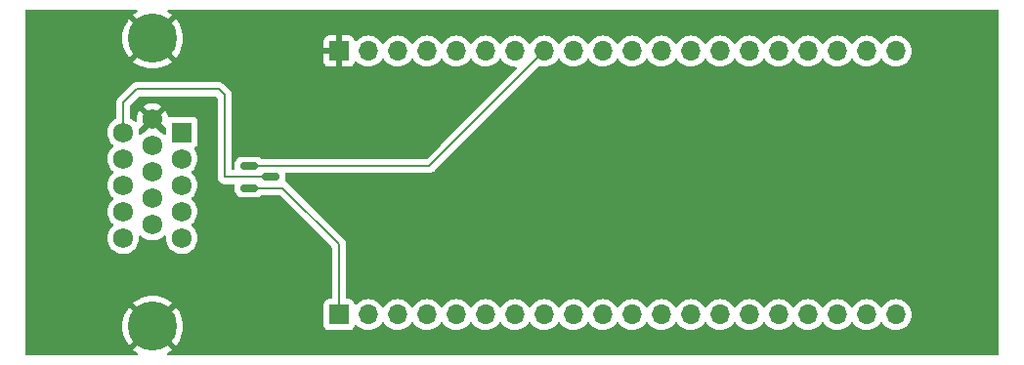
<source format=gtl>
G04 #@! TF.GenerationSoftware,KiCad,Pcbnew,8.0.9-8.0.9-0~ubuntu20.04.1*
G04 #@! TF.CreationDate,2025-04-23T19:08:02+01:00*
G04 #@! TF.ProjectId,ggroohauga-console,6767726f-6f68-4617-9567-612d636f6e73,rev?*
G04 #@! TF.SameCoordinates,Original*
G04 #@! TF.FileFunction,Copper,L1,Top*
G04 #@! TF.FilePolarity,Positive*
%FSLAX46Y46*%
G04 Gerber Fmt 4.6, Leading zero omitted, Abs format (unit mm)*
G04 Created by KiCad (PCBNEW 8.0.9-8.0.9-0~ubuntu20.04.1) date 2025-04-23 19:08:02*
%MOMM*%
%LPD*%
G01*
G04 APERTURE LIST*
G04 Aperture macros list*
%AMRoundRect*
0 Rectangle with rounded corners*
0 $1 Rounding radius*
0 $2 $3 $4 $5 $6 $7 $8 $9 X,Y pos of 4 corners*
0 Add a 4 corners polygon primitive as box body*
4,1,4,$2,$3,$4,$5,$6,$7,$8,$9,$2,$3,0*
0 Add four circle primitives for the rounded corners*
1,1,$1+$1,$2,$3*
1,1,$1+$1,$4,$5*
1,1,$1+$1,$6,$7*
1,1,$1+$1,$8,$9*
0 Add four rect primitives between the rounded corners*
20,1,$1+$1,$2,$3,$4,$5,0*
20,1,$1+$1,$4,$5,$6,$7,0*
20,1,$1+$1,$6,$7,$8,$9,0*
20,1,$1+$1,$8,$9,$2,$3,0*%
G04 Aperture macros list end*
G04 #@! TA.AperFunction,SMDPad,CuDef*
%ADD10RoundRect,0.150000X-0.587500X-0.150000X0.587500X-0.150000X0.587500X0.150000X-0.587500X0.150000X0*%
G04 #@! TD*
G04 #@! TA.AperFunction,ComponentPad*
%ADD11R,1.700000X1.700000*%
G04 #@! TD*
G04 #@! TA.AperFunction,ComponentPad*
%ADD12O,1.700000X1.700000*%
G04 #@! TD*
G04 #@! TA.AperFunction,ComponentPad*
%ADD13C,4.266000*%
G04 #@! TD*
G04 #@! TA.AperFunction,ComponentPad*
%ADD14R,1.725000X1.725000*%
G04 #@! TD*
G04 #@! TA.AperFunction,ComponentPad*
%ADD15C,1.725000*%
G04 #@! TD*
G04 #@! TA.AperFunction,Conductor*
%ADD16C,0.200000*%
G04 #@! TD*
G04 APERTURE END LIST*
D10*
X73738500Y-64582000D03*
X73738500Y-66482000D03*
X75613500Y-65532000D03*
D11*
X81534000Y-54610000D03*
D12*
X84074000Y-54610000D03*
X86614000Y-54610000D03*
X89154000Y-54610000D03*
X91694000Y-54610000D03*
X94234000Y-54610000D03*
X96774000Y-54610000D03*
X99314000Y-54610000D03*
X101854000Y-54610000D03*
X104394000Y-54610000D03*
X106934000Y-54610000D03*
X109474000Y-54610000D03*
X112014000Y-54610000D03*
X114554000Y-54610000D03*
X117094000Y-54610000D03*
X119634000Y-54610000D03*
X122174000Y-54610000D03*
X124714000Y-54610000D03*
X127254000Y-54610000D03*
X129794000Y-54610000D03*
D13*
X65379600Y-53494200D03*
X65379600Y-78484200D03*
D14*
X67919600Y-61659200D03*
D15*
X67919600Y-63949200D03*
X67919600Y-66239200D03*
X67919600Y-68529200D03*
X67919600Y-70819200D03*
X65379600Y-60514200D03*
X65379600Y-62804200D03*
X65379600Y-65094200D03*
X65379600Y-67384200D03*
X65379600Y-69674200D03*
X62839600Y-61659200D03*
X62839600Y-63949200D03*
X62839600Y-66239200D03*
X62839600Y-68529200D03*
X62839600Y-70819200D03*
D11*
X81534000Y-77470000D03*
D12*
X84074000Y-77470000D03*
X86614000Y-77470000D03*
X89154000Y-77470000D03*
X91694000Y-77470000D03*
X94234000Y-77470000D03*
X96774000Y-77470000D03*
X99314000Y-77470000D03*
X101854000Y-77470000D03*
X104394000Y-77470000D03*
X106934000Y-77470000D03*
X109474000Y-77470000D03*
X112014000Y-77470000D03*
X114554000Y-77470000D03*
X117094000Y-77470000D03*
X119634000Y-77470000D03*
X122174000Y-77470000D03*
X124714000Y-77470000D03*
X127254000Y-77470000D03*
X129794000Y-77470000D03*
D16*
X89154000Y-77470000D02*
X89408000Y-77216000D01*
X76642000Y-66482000D02*
X81534000Y-71374000D01*
X81534000Y-77470000D02*
X81691000Y-77470000D01*
X81534000Y-77470000D02*
X81534000Y-71374000D01*
X73738500Y-66482000D02*
X76642000Y-66482000D01*
X73738500Y-64582000D02*
X89342000Y-64582000D01*
X90678000Y-63246000D02*
X99314000Y-54610000D01*
X89342000Y-64582000D02*
X90678000Y-63246000D01*
X75613500Y-65532000D02*
X71628000Y-65532000D01*
X71628000Y-58420000D02*
X71120000Y-57912000D01*
X62839600Y-59080400D02*
X64008000Y-57912000D01*
X71628000Y-65532000D02*
X71628000Y-58420000D01*
X62839600Y-61659200D02*
X62839600Y-59080400D01*
X64008000Y-57912000D02*
X71120000Y-57912000D01*
G04 #@! TA.AperFunction,Conductor*
G36*
X64843785Y-60736142D02*
G01*
X64919485Y-60867258D01*
X65026542Y-60974315D01*
X65157658Y-61050015D01*
X65188952Y-61058400D01*
X64596664Y-61650687D01*
X64590231Y-61678980D01*
X64558124Y-61716385D01*
X64453308Y-61797966D01*
X64453303Y-61797971D01*
X64414930Y-61839654D01*
X64355043Y-61875643D01*
X64285204Y-61873542D01*
X64227589Y-61834016D01*
X64200489Y-61769616D01*
X64200126Y-61745429D01*
X64207271Y-61659205D01*
X64207271Y-61659194D01*
X64188618Y-61434090D01*
X64187774Y-61429028D01*
X64189549Y-61428731D01*
X64191873Y-61366781D01*
X64221776Y-61318469D01*
X64835399Y-60704846D01*
X64843785Y-60736142D01*
G37*
G04 #@! TD.AperFunction*
G04 #@! TA.AperFunction,Conductor*
G36*
X66520281Y-61301327D02*
G01*
X66553766Y-61362650D01*
X66556600Y-61389008D01*
X66556600Y-61752522D01*
X66536915Y-61819561D01*
X66484111Y-61865316D01*
X66414953Y-61875260D01*
X66351397Y-61846235D01*
X66341371Y-61836506D01*
X66305896Y-61797970D01*
X66201073Y-61716383D01*
X66160260Y-61659673D01*
X66158442Y-61646596D01*
X65570246Y-61058400D01*
X65601542Y-61050015D01*
X65732658Y-60974315D01*
X65839715Y-60867258D01*
X65915415Y-60736142D01*
X65923800Y-60704846D01*
X66520281Y-61301327D01*
G37*
G04 #@! TD.AperFunction*
G04 #@! TA.AperFunction,Conductor*
G36*
X64045335Y-51015385D02*
G01*
X64091090Y-51068189D01*
X64101034Y-51137347D01*
X64072009Y-51200903D01*
X64042445Y-51225817D01*
X63881157Y-51323317D01*
X63881153Y-51323320D01*
X63702354Y-51463399D01*
X63702354Y-51463400D01*
X64421003Y-52182049D01*
X64320983Y-52254719D01*
X64140119Y-52435583D01*
X64067449Y-52535603D01*
X63348800Y-51816954D01*
X63348799Y-51816954D01*
X63208720Y-51995753D01*
X63208717Y-51995757D01*
X63043936Y-52268341D01*
X63043931Y-52268351D01*
X62913199Y-52558826D01*
X62913195Y-52558837D01*
X62818436Y-52862930D01*
X62761019Y-53176251D01*
X62741787Y-53494200D01*
X62761019Y-53812148D01*
X62818436Y-54125469D01*
X62913195Y-54429562D01*
X62913199Y-54429573D01*
X63043931Y-54720048D01*
X63043936Y-54720058D01*
X63208716Y-54992640D01*
X63208726Y-54992655D01*
X63348799Y-55171444D01*
X63348800Y-55171444D01*
X64067449Y-54452795D01*
X64140119Y-54552817D01*
X64320983Y-54733681D01*
X64421003Y-54806349D01*
X63702354Y-55524998D01*
X63702354Y-55524999D01*
X63881153Y-55665079D01*
X63881160Y-55665084D01*
X64153741Y-55829863D01*
X64153751Y-55829868D01*
X64444226Y-55960600D01*
X64444237Y-55960604D01*
X64748330Y-56055363D01*
X65061651Y-56112780D01*
X65379600Y-56132012D01*
X65697548Y-56112780D01*
X66010869Y-56055363D01*
X66314962Y-55960604D01*
X66314973Y-55960600D01*
X66605448Y-55829868D01*
X66605458Y-55829863D01*
X66878039Y-55665084D01*
X66878046Y-55665079D01*
X67056844Y-55524999D01*
X67056844Y-55524998D01*
X66338196Y-54806350D01*
X66438217Y-54733681D01*
X66619081Y-54552817D01*
X66691750Y-54452796D01*
X67410398Y-55171444D01*
X67410399Y-55171444D01*
X67550479Y-54992646D01*
X67550484Y-54992639D01*
X67715263Y-54720058D01*
X67715268Y-54720048D01*
X67846000Y-54429573D01*
X67846004Y-54429562D01*
X67940763Y-54125469D01*
X67998180Y-53812148D01*
X68017412Y-53494200D01*
X67998180Y-53176251D01*
X67940763Y-52862930D01*
X67846004Y-52558837D01*
X67846000Y-52558826D01*
X67715268Y-52268351D01*
X67715263Y-52268341D01*
X67550484Y-51995760D01*
X67550479Y-51995753D01*
X67410398Y-51816954D01*
X66691749Y-52535602D01*
X66619081Y-52435583D01*
X66438217Y-52254719D01*
X66338195Y-52182049D01*
X67056844Y-51463400D01*
X67056844Y-51463399D01*
X66878055Y-51323326D01*
X66878040Y-51323316D01*
X66716755Y-51225817D01*
X66669567Y-51174290D01*
X66657728Y-51105430D01*
X66684996Y-51041102D01*
X66742715Y-51001727D01*
X66780904Y-50995700D01*
X138592900Y-50995700D01*
X138659939Y-51015385D01*
X138705694Y-51068189D01*
X138716900Y-51119700D01*
X138716900Y-80858700D01*
X138697215Y-80925739D01*
X138644411Y-80971494D01*
X138592900Y-80982700D01*
X66780904Y-80982700D01*
X66713865Y-80963015D01*
X66668110Y-80910211D01*
X66658166Y-80841053D01*
X66687191Y-80777497D01*
X66716755Y-80752583D01*
X66878039Y-80655084D01*
X66878046Y-80655079D01*
X67056844Y-80514999D01*
X67056844Y-80514998D01*
X66338196Y-79796350D01*
X66438217Y-79723681D01*
X66619081Y-79542817D01*
X66691750Y-79442796D01*
X67410398Y-80161444D01*
X67410399Y-80161444D01*
X67550479Y-79982646D01*
X67550484Y-79982639D01*
X67715263Y-79710058D01*
X67715268Y-79710048D01*
X67846000Y-79419573D01*
X67846004Y-79419562D01*
X67940763Y-79115469D01*
X67998180Y-78802148D01*
X68017412Y-78484200D01*
X67998180Y-78166251D01*
X67940763Y-77852930D01*
X67846004Y-77548837D01*
X67846000Y-77548826D01*
X67715268Y-77258351D01*
X67715263Y-77258341D01*
X67550484Y-76985760D01*
X67550479Y-76985753D01*
X67410398Y-76806954D01*
X66691749Y-77525602D01*
X66619081Y-77425583D01*
X66438217Y-77244719D01*
X66338195Y-77172049D01*
X67056844Y-76453400D01*
X67056844Y-76453399D01*
X66878055Y-76313326D01*
X66878040Y-76313316D01*
X66605458Y-76148536D01*
X66605448Y-76148531D01*
X66314973Y-76017799D01*
X66314962Y-76017795D01*
X66010869Y-75923036D01*
X65697548Y-75865619D01*
X65379600Y-75846387D01*
X65061651Y-75865619D01*
X64748330Y-75923036D01*
X64444237Y-76017795D01*
X64444226Y-76017799D01*
X64153751Y-76148531D01*
X64153741Y-76148536D01*
X63881157Y-76313317D01*
X63881153Y-76313320D01*
X63702354Y-76453399D01*
X63702354Y-76453400D01*
X64421003Y-77172049D01*
X64320983Y-77244719D01*
X64140119Y-77425583D01*
X64067449Y-77525603D01*
X63348800Y-76806954D01*
X63348799Y-76806954D01*
X63208720Y-76985753D01*
X63208717Y-76985757D01*
X63043936Y-77258341D01*
X63043931Y-77258351D01*
X62913199Y-77548826D01*
X62913195Y-77548837D01*
X62818436Y-77852930D01*
X62761019Y-78166251D01*
X62741787Y-78484200D01*
X62761019Y-78802148D01*
X62818436Y-79115469D01*
X62913195Y-79419562D01*
X62913199Y-79419573D01*
X63043931Y-79710048D01*
X63043936Y-79710058D01*
X63208716Y-79982640D01*
X63208726Y-79982655D01*
X63348799Y-80161444D01*
X63348800Y-80161444D01*
X64067449Y-79442795D01*
X64140119Y-79542817D01*
X64320983Y-79723681D01*
X64421003Y-79796349D01*
X63702354Y-80514998D01*
X63702354Y-80514999D01*
X63881153Y-80655079D01*
X63881160Y-80655084D01*
X64042445Y-80752583D01*
X64089633Y-80804110D01*
X64101472Y-80872970D01*
X64074204Y-80937298D01*
X64016485Y-80976673D01*
X63978296Y-80982700D01*
X54497900Y-80982700D01*
X54430861Y-80963015D01*
X54385106Y-80910211D01*
X54373900Y-80858700D01*
X54373900Y-61659194D01*
X61471929Y-61659194D01*
X61471929Y-61659205D01*
X61490581Y-61884307D01*
X61546033Y-62103282D01*
X61636768Y-62310138D01*
X61760315Y-62499242D01*
X61913298Y-62665424D01*
X61913303Y-62665429D01*
X61965874Y-62706347D01*
X62006687Y-62763058D01*
X62010360Y-62832831D01*
X61975729Y-62893514D01*
X61965874Y-62902053D01*
X61913303Y-62942970D01*
X61913298Y-62942975D01*
X61760315Y-63109157D01*
X61636768Y-63298261D01*
X61546033Y-63505117D01*
X61490581Y-63724092D01*
X61471929Y-63949194D01*
X61471929Y-63949205D01*
X61490581Y-64174307D01*
X61546033Y-64393282D01*
X61636768Y-64600138D01*
X61760315Y-64789242D01*
X61913298Y-64955424D01*
X61913303Y-64955429D01*
X61965874Y-64996347D01*
X62006687Y-65053058D01*
X62010360Y-65122831D01*
X61975729Y-65183514D01*
X61965874Y-65192053D01*
X61913303Y-65232970D01*
X61913298Y-65232975D01*
X61760315Y-65399157D01*
X61636768Y-65588261D01*
X61546033Y-65795117D01*
X61490581Y-66014092D01*
X61471929Y-66239194D01*
X61471929Y-66239205D01*
X61490581Y-66464307D01*
X61546033Y-66683282D01*
X61636768Y-66890138D01*
X61760315Y-67079242D01*
X61913298Y-67245424D01*
X61913303Y-67245429D01*
X61965874Y-67286347D01*
X62006687Y-67343058D01*
X62010360Y-67412831D01*
X61975729Y-67473514D01*
X61965874Y-67482053D01*
X61913303Y-67522970D01*
X61913298Y-67522975D01*
X61760315Y-67689157D01*
X61636768Y-67878261D01*
X61546033Y-68085117D01*
X61490581Y-68304092D01*
X61471929Y-68529194D01*
X61471929Y-68529205D01*
X61490581Y-68754307D01*
X61546033Y-68973282D01*
X61636768Y-69180138D01*
X61760315Y-69369242D01*
X61913298Y-69535424D01*
X61913303Y-69535429D01*
X61965874Y-69576347D01*
X62006687Y-69633058D01*
X62010360Y-69702831D01*
X61975729Y-69763514D01*
X61965874Y-69772053D01*
X61913303Y-69812970D01*
X61913298Y-69812975D01*
X61760315Y-69979157D01*
X61636768Y-70168261D01*
X61546033Y-70375117D01*
X61490581Y-70594092D01*
X61471929Y-70819194D01*
X61471929Y-70819205D01*
X61490581Y-71044307D01*
X61546033Y-71263282D01*
X61636768Y-71470138D01*
X61760315Y-71659242D01*
X61913298Y-71825424D01*
X61913302Y-71825428D01*
X62091555Y-71964168D01*
X62290213Y-72071677D01*
X62401150Y-72109761D01*
X62503853Y-72145020D01*
X62503855Y-72145020D01*
X62503857Y-72145021D01*
X62726659Y-72182200D01*
X62726660Y-72182200D01*
X62952540Y-72182200D01*
X62952541Y-72182200D01*
X63175343Y-72145021D01*
X63388987Y-72071677D01*
X63587645Y-71964168D01*
X63765898Y-71825428D01*
X63918885Y-71659241D01*
X64042431Y-71470139D01*
X64133167Y-71263282D01*
X64188618Y-71044311D01*
X64207271Y-70819200D01*
X64207268Y-70819169D01*
X64200126Y-70732970D01*
X64214207Y-70664534D01*
X64263052Y-70614575D01*
X64331153Y-70598954D01*
X64396888Y-70622631D01*
X64414929Y-70638744D01*
X64453302Y-70680428D01*
X64631555Y-70819168D01*
X64830213Y-70926677D01*
X64941150Y-70964761D01*
X65043853Y-71000020D01*
X65043855Y-71000020D01*
X65043857Y-71000021D01*
X65266659Y-71037200D01*
X65266660Y-71037200D01*
X65492540Y-71037200D01*
X65492541Y-71037200D01*
X65715343Y-71000021D01*
X65928987Y-70926677D01*
X66127645Y-70819168D01*
X66305898Y-70680428D01*
X66344269Y-70638745D01*
X66404154Y-70602757D01*
X66473992Y-70604857D01*
X66531608Y-70644380D01*
X66558710Y-70708780D01*
X66559074Y-70732969D01*
X66551930Y-70819194D01*
X66551929Y-70819204D01*
X66551929Y-70819205D01*
X66570581Y-71044307D01*
X66626033Y-71263282D01*
X66716768Y-71470138D01*
X66840315Y-71659242D01*
X66993298Y-71825424D01*
X66993302Y-71825428D01*
X67171555Y-71964168D01*
X67370213Y-72071677D01*
X67481150Y-72109761D01*
X67583853Y-72145020D01*
X67583855Y-72145020D01*
X67583857Y-72145021D01*
X67806659Y-72182200D01*
X67806660Y-72182200D01*
X68032540Y-72182200D01*
X68032541Y-72182200D01*
X68255343Y-72145021D01*
X68468987Y-72071677D01*
X68667645Y-71964168D01*
X68845898Y-71825428D01*
X68998885Y-71659241D01*
X69122431Y-71470139D01*
X69213167Y-71263282D01*
X69268618Y-71044311D01*
X69287271Y-70819200D01*
X69287268Y-70819169D01*
X69268618Y-70594092D01*
X69268618Y-70594089D01*
X69213167Y-70375118D01*
X69122431Y-70168261D01*
X68998885Y-69979159D01*
X68998884Y-69979157D01*
X68845901Y-69812975D01*
X68845898Y-69812972D01*
X68845895Y-69812970D01*
X68793325Y-69772052D01*
X68752513Y-69715343D01*
X68748838Y-69645570D01*
X68783470Y-69584887D01*
X68793325Y-69576347D01*
X68845898Y-69535428D01*
X68998885Y-69369241D01*
X69122431Y-69180139D01*
X69213167Y-68973282D01*
X69268618Y-68754311D01*
X69276908Y-68654261D01*
X69287271Y-68529205D01*
X69287271Y-68529194D01*
X69268618Y-68304092D01*
X69268618Y-68304089D01*
X69213167Y-68085118D01*
X69122431Y-67878261D01*
X68998885Y-67689159D01*
X68998884Y-67689157D01*
X68845901Y-67522975D01*
X68845898Y-67522972D01*
X68845895Y-67522970D01*
X68793325Y-67482052D01*
X68752513Y-67425343D01*
X68748838Y-67355570D01*
X68783470Y-67294887D01*
X68793325Y-67286347D01*
X68845898Y-67245428D01*
X68998885Y-67079241D01*
X69122431Y-66890139D01*
X69213167Y-66683282D01*
X69268618Y-66464311D01*
X69276908Y-66364261D01*
X69287271Y-66239205D01*
X69287271Y-66239194D01*
X69268618Y-66014092D01*
X69268618Y-66014089D01*
X69213167Y-65795118D01*
X69122431Y-65588261D01*
X68998885Y-65399159D01*
X68998884Y-65399157D01*
X68845901Y-65232975D01*
X68845898Y-65232972D01*
X68845895Y-65232970D01*
X68793325Y-65192052D01*
X68752513Y-65135343D01*
X68748838Y-65065570D01*
X68783470Y-65004887D01*
X68793325Y-64996347D01*
X68845898Y-64955428D01*
X68998885Y-64789241D01*
X69122431Y-64600139D01*
X69213167Y-64393282D01*
X69268618Y-64174311D01*
X69276908Y-64074261D01*
X69287271Y-63949205D01*
X69287271Y-63949194D01*
X69273616Y-63784402D01*
X69268618Y-63724089D01*
X69213167Y-63505118D01*
X69122431Y-63298261D01*
X69007863Y-63122901D01*
X68987677Y-63056014D01*
X69006857Y-62988828D01*
X69037359Y-62955817D01*
X69139646Y-62879246D01*
X69225896Y-62764031D01*
X69276191Y-62629183D01*
X69282600Y-62569573D01*
X69282599Y-60748828D01*
X69276191Y-60689217D01*
X69268823Y-60669463D01*
X69225897Y-60554371D01*
X69225893Y-60554364D01*
X69139647Y-60439155D01*
X69139644Y-60439152D01*
X69024435Y-60352906D01*
X69024428Y-60352902D01*
X68889582Y-60302608D01*
X68889583Y-60302608D01*
X68829983Y-60296201D01*
X68829981Y-60296200D01*
X68829973Y-60296200D01*
X68829964Y-60296200D01*
X67009229Y-60296200D01*
X67009223Y-60296201D01*
X66949614Y-60302609D01*
X66879933Y-60328598D01*
X66810241Y-60333582D01*
X66748919Y-60300096D01*
X66716395Y-60242856D01*
X66672692Y-60070280D01*
X66581989Y-59863497D01*
X66503693Y-59743658D01*
X65923800Y-60323552D01*
X65915415Y-60292258D01*
X65839715Y-60161142D01*
X65732658Y-60054085D01*
X65601542Y-59978385D01*
X65570247Y-59969999D01*
X66151676Y-59388570D01*
X66151675Y-59388568D01*
X66127375Y-59369654D01*
X66127374Y-59369653D01*
X65928787Y-59262182D01*
X65928781Y-59262180D01*
X65715222Y-59188865D01*
X65492500Y-59151700D01*
X65266700Y-59151700D01*
X65043977Y-59188865D01*
X64830418Y-59262180D01*
X64830412Y-59262182D01*
X64631826Y-59369652D01*
X64631820Y-59369656D01*
X64607523Y-59388567D01*
X64607523Y-59388569D01*
X65188953Y-59969999D01*
X65157658Y-59978385D01*
X65026542Y-60054085D01*
X64919485Y-60161142D01*
X64843785Y-60292258D01*
X64835399Y-60323552D01*
X64255505Y-59743658D01*
X64177209Y-59863499D01*
X64086507Y-60070279D01*
X64031076Y-60289170D01*
X64031074Y-60289178D01*
X64012430Y-60514193D01*
X64012430Y-60514206D01*
X64019624Y-60601027D01*
X64005543Y-60669463D01*
X63956698Y-60719422D01*
X63888597Y-60735043D01*
X63822861Y-60711365D01*
X63804819Y-60695251D01*
X63765897Y-60652971D01*
X63587641Y-60514229D01*
X63587639Y-60514228D01*
X63505081Y-60469549D01*
X63455491Y-60420329D01*
X63440100Y-60360495D01*
X63440100Y-59380497D01*
X63459785Y-59313458D01*
X63476419Y-59292816D01*
X64220416Y-58548819D01*
X64281739Y-58515334D01*
X64308097Y-58512500D01*
X70819903Y-58512500D01*
X70886942Y-58532185D01*
X70907584Y-58548819D01*
X70991181Y-58632416D01*
X71024666Y-58693739D01*
X71027500Y-58720097D01*
X71027500Y-65611056D01*
X71068423Y-65763783D01*
X71068426Y-65763790D01*
X71147475Y-65900709D01*
X71147479Y-65900714D01*
X71147480Y-65900716D01*
X71259284Y-66012520D01*
X71259286Y-66012521D01*
X71259290Y-66012524D01*
X71396209Y-66091573D01*
X71396216Y-66091577D01*
X71548943Y-66132500D01*
X71707057Y-66132500D01*
X72376888Y-66132500D01*
X72443927Y-66152185D01*
X72489682Y-66204989D01*
X72500086Y-66263847D01*
X72500596Y-66263868D01*
X72500504Y-66266210D01*
X72500506Y-66266222D01*
X72500501Y-66266282D01*
X72500500Y-66266313D01*
X72500500Y-66697701D01*
X72503401Y-66734567D01*
X72503402Y-66734573D01*
X72549254Y-66892393D01*
X72549255Y-66892396D01*
X72632917Y-67033862D01*
X72632923Y-67033870D01*
X72749129Y-67150076D01*
X72749133Y-67150079D01*
X72749135Y-67150081D01*
X72890602Y-67233744D01*
X72930804Y-67245424D01*
X73048426Y-67279597D01*
X73048429Y-67279597D01*
X73048431Y-67279598D01*
X73085306Y-67282500D01*
X73085314Y-67282500D01*
X74391686Y-67282500D01*
X74391694Y-67282500D01*
X74428569Y-67279598D01*
X74428571Y-67279597D01*
X74428573Y-67279597D01*
X74470191Y-67267505D01*
X74586398Y-67233744D01*
X74727865Y-67150081D01*
X74759126Y-67118820D01*
X74820448Y-67085334D01*
X74846808Y-67082500D01*
X76341903Y-67082500D01*
X76408942Y-67102185D01*
X76429584Y-67118819D01*
X80897181Y-71586416D01*
X80930666Y-71647739D01*
X80933500Y-71674097D01*
X80933500Y-75995500D01*
X80913815Y-76062539D01*
X80861011Y-76108294D01*
X80809501Y-76119500D01*
X80636130Y-76119500D01*
X80636123Y-76119501D01*
X80576516Y-76125908D01*
X80441671Y-76176202D01*
X80441664Y-76176206D01*
X80326455Y-76262452D01*
X80326452Y-76262455D01*
X80240206Y-76377664D01*
X80240202Y-76377671D01*
X80189908Y-76512517D01*
X80183501Y-76572116D01*
X80183500Y-76572135D01*
X80183500Y-78367870D01*
X80183501Y-78367876D01*
X80189908Y-78427483D01*
X80240202Y-78562328D01*
X80240206Y-78562335D01*
X80326452Y-78677544D01*
X80326455Y-78677547D01*
X80441664Y-78763793D01*
X80441671Y-78763797D01*
X80576517Y-78814091D01*
X80576516Y-78814091D01*
X80583444Y-78814835D01*
X80636127Y-78820500D01*
X82431872Y-78820499D01*
X82491483Y-78814091D01*
X82626331Y-78763796D01*
X82741546Y-78677546D01*
X82827796Y-78562331D01*
X82876810Y-78430916D01*
X82918681Y-78374984D01*
X82984145Y-78350566D01*
X83052418Y-78365417D01*
X83080673Y-78386569D01*
X83202599Y-78508495D01*
X83299384Y-78576265D01*
X83396165Y-78644032D01*
X83396167Y-78644033D01*
X83396170Y-78644035D01*
X83610337Y-78743903D01*
X83838592Y-78805063D01*
X84015034Y-78820500D01*
X84073999Y-78825659D01*
X84074000Y-78825659D01*
X84074001Y-78825659D01*
X84132966Y-78820500D01*
X84309408Y-78805063D01*
X84537663Y-78743903D01*
X84751830Y-78644035D01*
X84945401Y-78508495D01*
X85112495Y-78341401D01*
X85226891Y-78178026D01*
X85242425Y-78155842D01*
X85297002Y-78112217D01*
X85366500Y-78105023D01*
X85428855Y-78136546D01*
X85445575Y-78155842D01*
X85575500Y-78341395D01*
X85575505Y-78341401D01*
X85742599Y-78508495D01*
X85839384Y-78576265D01*
X85936165Y-78644032D01*
X85936167Y-78644033D01*
X85936170Y-78644035D01*
X86150337Y-78743903D01*
X86378592Y-78805063D01*
X86555034Y-78820500D01*
X86613999Y-78825659D01*
X86614000Y-78825659D01*
X86614001Y-78825659D01*
X86672966Y-78820500D01*
X86849408Y-78805063D01*
X87077663Y-78743903D01*
X87291830Y-78644035D01*
X87485401Y-78508495D01*
X87652495Y-78341401D01*
X87766891Y-78178026D01*
X87782425Y-78155842D01*
X87837002Y-78112217D01*
X87906500Y-78105023D01*
X87968855Y-78136546D01*
X87985575Y-78155842D01*
X88115500Y-78341395D01*
X88115505Y-78341401D01*
X88282599Y-78508495D01*
X88379384Y-78576265D01*
X88476165Y-78644032D01*
X88476167Y-78644033D01*
X88476170Y-78644035D01*
X88690337Y-78743903D01*
X88918592Y-78805063D01*
X89095034Y-78820500D01*
X89153999Y-78825659D01*
X89154000Y-78825659D01*
X89154001Y-78825659D01*
X89212966Y-78820500D01*
X89389408Y-78805063D01*
X89617663Y-78743903D01*
X89831830Y-78644035D01*
X90025401Y-78508495D01*
X90192495Y-78341401D01*
X90306891Y-78178026D01*
X90322425Y-78155842D01*
X90377002Y-78112217D01*
X90446500Y-78105023D01*
X90508855Y-78136546D01*
X90525575Y-78155842D01*
X90655500Y-78341395D01*
X90655505Y-78341401D01*
X90822599Y-78508495D01*
X90919384Y-78576265D01*
X91016165Y-78644032D01*
X91016167Y-78644033D01*
X91016170Y-78644035D01*
X91230337Y-78743903D01*
X91458592Y-78805063D01*
X91635034Y-78820500D01*
X91693999Y-78825659D01*
X91694000Y-78825659D01*
X91694001Y-78825659D01*
X91752966Y-78820500D01*
X91929408Y-78805063D01*
X92157663Y-78743903D01*
X92371830Y-78644035D01*
X92565401Y-78508495D01*
X92732495Y-78341401D01*
X92846891Y-78178026D01*
X92862425Y-78155842D01*
X92917002Y-78112217D01*
X92986500Y-78105023D01*
X93048855Y-78136546D01*
X93065575Y-78155842D01*
X93195500Y-78341395D01*
X93195505Y-78341401D01*
X93362599Y-78508495D01*
X93459384Y-78576265D01*
X93556165Y-78644032D01*
X93556167Y-78644033D01*
X93556170Y-78644035D01*
X93770337Y-78743903D01*
X93998592Y-78805063D01*
X94175034Y-78820500D01*
X94233999Y-78825659D01*
X94234000Y-78825659D01*
X94234001Y-78825659D01*
X94292966Y-78820500D01*
X94469408Y-78805063D01*
X94697663Y-78743903D01*
X94911830Y-78644035D01*
X95105401Y-78508495D01*
X95272495Y-78341401D01*
X95386891Y-78178026D01*
X95402425Y-78155842D01*
X95457002Y-78112217D01*
X95526500Y-78105023D01*
X95588855Y-78136546D01*
X95605575Y-78155842D01*
X95735500Y-78341395D01*
X95735505Y-78341401D01*
X95902599Y-78508495D01*
X95999384Y-78576265D01*
X96096165Y-78644032D01*
X96096167Y-78644033D01*
X96096170Y-78644035D01*
X96310337Y-78743903D01*
X96538592Y-78805063D01*
X96715034Y-78820500D01*
X96773999Y-78825659D01*
X96774000Y-78825659D01*
X96774001Y-78825659D01*
X96832966Y-78820500D01*
X97009408Y-78805063D01*
X97237663Y-78743903D01*
X97451830Y-78644035D01*
X97645401Y-78508495D01*
X97812495Y-78341401D01*
X97926891Y-78178026D01*
X97942425Y-78155842D01*
X97997002Y-78112217D01*
X98066500Y-78105023D01*
X98128855Y-78136546D01*
X98145575Y-78155842D01*
X98275500Y-78341395D01*
X98275505Y-78341401D01*
X98442599Y-78508495D01*
X98539384Y-78576265D01*
X98636165Y-78644032D01*
X98636167Y-78644033D01*
X98636170Y-78644035D01*
X98850337Y-78743903D01*
X99078592Y-78805063D01*
X99255034Y-78820500D01*
X99313999Y-78825659D01*
X99314000Y-78825659D01*
X99314001Y-78825659D01*
X99372966Y-78820500D01*
X99549408Y-78805063D01*
X99777663Y-78743903D01*
X99991830Y-78644035D01*
X100185401Y-78508495D01*
X100352495Y-78341401D01*
X100466891Y-78178026D01*
X100482425Y-78155842D01*
X100537002Y-78112217D01*
X100606500Y-78105023D01*
X100668855Y-78136546D01*
X100685575Y-78155842D01*
X100815500Y-78341395D01*
X100815505Y-78341401D01*
X100982599Y-78508495D01*
X101079384Y-78576265D01*
X101176165Y-78644032D01*
X101176167Y-78644033D01*
X101176170Y-78644035D01*
X101390337Y-78743903D01*
X101618592Y-78805063D01*
X101795034Y-78820500D01*
X101853999Y-78825659D01*
X101854000Y-78825659D01*
X101854001Y-78825659D01*
X101912966Y-78820500D01*
X102089408Y-78805063D01*
X102317663Y-78743903D01*
X102531830Y-78644035D01*
X102725401Y-78508495D01*
X102892495Y-78341401D01*
X103006891Y-78178026D01*
X103022425Y-78155842D01*
X103077002Y-78112217D01*
X103146500Y-78105023D01*
X103208855Y-78136546D01*
X103225575Y-78155842D01*
X103355500Y-78341395D01*
X103355505Y-78341401D01*
X103522599Y-78508495D01*
X103619384Y-78576265D01*
X103716165Y-78644032D01*
X103716167Y-78644033D01*
X103716170Y-78644035D01*
X103930337Y-78743903D01*
X104158592Y-78805063D01*
X104335034Y-78820500D01*
X104393999Y-78825659D01*
X104394000Y-78825659D01*
X104394001Y-78825659D01*
X104452966Y-78820500D01*
X104629408Y-78805063D01*
X104857663Y-78743903D01*
X105071830Y-78644035D01*
X105265401Y-78508495D01*
X105432495Y-78341401D01*
X105546891Y-78178026D01*
X105562425Y-78155842D01*
X105617002Y-78112217D01*
X105686500Y-78105023D01*
X105748855Y-78136546D01*
X105765575Y-78155842D01*
X105895500Y-78341395D01*
X105895505Y-78341401D01*
X106062599Y-78508495D01*
X106159384Y-78576265D01*
X106256165Y-78644032D01*
X106256167Y-78644033D01*
X106256170Y-78644035D01*
X106470337Y-78743903D01*
X106698592Y-78805063D01*
X106875034Y-78820500D01*
X106933999Y-78825659D01*
X106934000Y-78825659D01*
X106934001Y-78825659D01*
X106992966Y-78820500D01*
X107169408Y-78805063D01*
X107397663Y-78743903D01*
X107611830Y-78644035D01*
X107805401Y-78508495D01*
X107972495Y-78341401D01*
X108086891Y-78178026D01*
X108102425Y-78155842D01*
X108157002Y-78112217D01*
X108226500Y-78105023D01*
X108288855Y-78136546D01*
X108305575Y-78155842D01*
X108435500Y-78341395D01*
X108435505Y-78341401D01*
X108602599Y-78508495D01*
X108699384Y-78576265D01*
X108796165Y-78644032D01*
X108796167Y-78644033D01*
X108796170Y-78644035D01*
X109010337Y-78743903D01*
X109238592Y-78805063D01*
X109415034Y-78820500D01*
X109473999Y-78825659D01*
X109474000Y-78825659D01*
X109474001Y-78825659D01*
X109532966Y-78820500D01*
X109709408Y-78805063D01*
X109937663Y-78743903D01*
X110151830Y-78644035D01*
X110345401Y-78508495D01*
X110512495Y-78341401D01*
X110626891Y-78178026D01*
X110642425Y-78155842D01*
X110697002Y-78112217D01*
X110766500Y-78105023D01*
X110828855Y-78136546D01*
X110845575Y-78155842D01*
X110975500Y-78341395D01*
X110975505Y-78341401D01*
X111142599Y-78508495D01*
X111239384Y-78576265D01*
X111336165Y-78644032D01*
X111336167Y-78644033D01*
X111336170Y-78644035D01*
X111550337Y-78743903D01*
X111778592Y-78805063D01*
X111955034Y-78820500D01*
X112013999Y-78825659D01*
X112014000Y-78825659D01*
X112014001Y-78825659D01*
X112072966Y-78820500D01*
X112249408Y-78805063D01*
X112477663Y-78743903D01*
X112691830Y-78644035D01*
X112885401Y-78508495D01*
X113052495Y-78341401D01*
X113166891Y-78178026D01*
X113182425Y-78155842D01*
X113237002Y-78112217D01*
X113306500Y-78105023D01*
X113368855Y-78136546D01*
X113385575Y-78155842D01*
X113515500Y-78341395D01*
X113515505Y-78341401D01*
X113682599Y-78508495D01*
X113779384Y-78576265D01*
X113876165Y-78644032D01*
X113876167Y-78644033D01*
X113876170Y-78644035D01*
X114090337Y-78743903D01*
X114318592Y-78805063D01*
X114495034Y-78820500D01*
X114553999Y-78825659D01*
X114554000Y-78825659D01*
X114554001Y-78825659D01*
X114612966Y-78820500D01*
X114789408Y-78805063D01*
X115017663Y-78743903D01*
X115231830Y-78644035D01*
X115425401Y-78508495D01*
X115592495Y-78341401D01*
X115706891Y-78178026D01*
X115722425Y-78155842D01*
X115777002Y-78112217D01*
X115846500Y-78105023D01*
X115908855Y-78136546D01*
X115925575Y-78155842D01*
X116055500Y-78341395D01*
X116055505Y-78341401D01*
X116222599Y-78508495D01*
X116319384Y-78576265D01*
X116416165Y-78644032D01*
X116416167Y-78644033D01*
X116416170Y-78644035D01*
X116630337Y-78743903D01*
X116858592Y-78805063D01*
X117035034Y-78820500D01*
X117093999Y-78825659D01*
X117094000Y-78825659D01*
X117094001Y-78825659D01*
X117152966Y-78820500D01*
X117329408Y-78805063D01*
X117557663Y-78743903D01*
X117771830Y-78644035D01*
X117965401Y-78508495D01*
X118132495Y-78341401D01*
X118246891Y-78178026D01*
X118262425Y-78155842D01*
X118317002Y-78112217D01*
X118386500Y-78105023D01*
X118448855Y-78136546D01*
X118465575Y-78155842D01*
X118595500Y-78341395D01*
X118595505Y-78341401D01*
X118762599Y-78508495D01*
X118859384Y-78576265D01*
X118956165Y-78644032D01*
X118956167Y-78644033D01*
X118956170Y-78644035D01*
X119170337Y-78743903D01*
X119398592Y-78805063D01*
X119575034Y-78820500D01*
X119633999Y-78825659D01*
X119634000Y-78825659D01*
X119634001Y-78825659D01*
X119692966Y-78820500D01*
X119869408Y-78805063D01*
X120097663Y-78743903D01*
X120311830Y-78644035D01*
X120505401Y-78508495D01*
X120672495Y-78341401D01*
X120786891Y-78178026D01*
X120802425Y-78155842D01*
X120857002Y-78112217D01*
X120926500Y-78105023D01*
X120988855Y-78136546D01*
X121005575Y-78155842D01*
X121135500Y-78341395D01*
X121135505Y-78341401D01*
X121302599Y-78508495D01*
X121399384Y-78576265D01*
X121496165Y-78644032D01*
X121496167Y-78644033D01*
X121496170Y-78644035D01*
X121710337Y-78743903D01*
X121938592Y-78805063D01*
X122115034Y-78820500D01*
X122173999Y-78825659D01*
X122174000Y-78825659D01*
X122174001Y-78825659D01*
X122232966Y-78820500D01*
X122409408Y-78805063D01*
X122637663Y-78743903D01*
X122851830Y-78644035D01*
X123045401Y-78508495D01*
X123212495Y-78341401D01*
X123326891Y-78178026D01*
X123342425Y-78155842D01*
X123397002Y-78112217D01*
X123466500Y-78105023D01*
X123528855Y-78136546D01*
X123545575Y-78155842D01*
X123675500Y-78341395D01*
X123675505Y-78341401D01*
X123842599Y-78508495D01*
X123939384Y-78576265D01*
X124036165Y-78644032D01*
X124036167Y-78644033D01*
X124036170Y-78644035D01*
X124250337Y-78743903D01*
X124478592Y-78805063D01*
X124655034Y-78820500D01*
X124713999Y-78825659D01*
X124714000Y-78825659D01*
X124714001Y-78825659D01*
X124772966Y-78820500D01*
X124949408Y-78805063D01*
X125177663Y-78743903D01*
X125391830Y-78644035D01*
X125585401Y-78508495D01*
X125752495Y-78341401D01*
X125866891Y-78178026D01*
X125882425Y-78155842D01*
X125937002Y-78112217D01*
X126006500Y-78105023D01*
X126068855Y-78136546D01*
X126085575Y-78155842D01*
X126215500Y-78341395D01*
X126215505Y-78341401D01*
X126382599Y-78508495D01*
X126479384Y-78576265D01*
X126576165Y-78644032D01*
X126576167Y-78644033D01*
X126576170Y-78644035D01*
X126790337Y-78743903D01*
X127018592Y-78805063D01*
X127195034Y-78820500D01*
X127253999Y-78825659D01*
X127254000Y-78825659D01*
X127254001Y-78825659D01*
X127312966Y-78820500D01*
X127489408Y-78805063D01*
X127717663Y-78743903D01*
X127931830Y-78644035D01*
X128125401Y-78508495D01*
X128292495Y-78341401D01*
X128406891Y-78178026D01*
X128422425Y-78155842D01*
X128477002Y-78112217D01*
X128546500Y-78105023D01*
X128608855Y-78136546D01*
X128625575Y-78155842D01*
X128755500Y-78341395D01*
X128755505Y-78341401D01*
X128922599Y-78508495D01*
X129019384Y-78576265D01*
X129116165Y-78644032D01*
X129116167Y-78644033D01*
X129116170Y-78644035D01*
X129330337Y-78743903D01*
X129558592Y-78805063D01*
X129735034Y-78820500D01*
X129793999Y-78825659D01*
X129794000Y-78825659D01*
X129794001Y-78825659D01*
X129852966Y-78820500D01*
X130029408Y-78805063D01*
X130257663Y-78743903D01*
X130471830Y-78644035D01*
X130665401Y-78508495D01*
X130832495Y-78341401D01*
X130968035Y-78147830D01*
X131067903Y-77933663D01*
X131129063Y-77705408D01*
X131149659Y-77470000D01*
X131129063Y-77234592D01*
X131067903Y-77006337D01*
X130968035Y-76792171D01*
X130962425Y-76784158D01*
X130832494Y-76598597D01*
X130665402Y-76431506D01*
X130665395Y-76431501D01*
X130471834Y-76295967D01*
X130471830Y-76295965D01*
X130471828Y-76295964D01*
X130257663Y-76196097D01*
X130257659Y-76196096D01*
X130257655Y-76196094D01*
X130029413Y-76134938D01*
X130029403Y-76134936D01*
X129794001Y-76114341D01*
X129793999Y-76114341D01*
X129558596Y-76134936D01*
X129558586Y-76134938D01*
X129330344Y-76196094D01*
X129330335Y-76196098D01*
X129116171Y-76295964D01*
X129116169Y-76295965D01*
X128922597Y-76431505D01*
X128755505Y-76598597D01*
X128625575Y-76784158D01*
X128570998Y-76827783D01*
X128501500Y-76834977D01*
X128439145Y-76803454D01*
X128422425Y-76784158D01*
X128292494Y-76598597D01*
X128125402Y-76431506D01*
X128125395Y-76431501D01*
X127931834Y-76295967D01*
X127931830Y-76295965D01*
X127931828Y-76295964D01*
X127717663Y-76196097D01*
X127717659Y-76196096D01*
X127717655Y-76196094D01*
X127489413Y-76134938D01*
X127489403Y-76134936D01*
X127254001Y-76114341D01*
X127253999Y-76114341D01*
X127018596Y-76134936D01*
X127018586Y-76134938D01*
X126790344Y-76196094D01*
X126790335Y-76196098D01*
X126576171Y-76295964D01*
X126576169Y-76295965D01*
X126382597Y-76431505D01*
X126215505Y-76598597D01*
X126085575Y-76784158D01*
X126030998Y-76827783D01*
X125961500Y-76834977D01*
X125899145Y-76803454D01*
X125882425Y-76784158D01*
X125752494Y-76598597D01*
X125585402Y-76431506D01*
X125585395Y-76431501D01*
X125391834Y-76295967D01*
X125391830Y-76295965D01*
X125391828Y-76295964D01*
X125177663Y-76196097D01*
X125177659Y-76196096D01*
X125177655Y-76196094D01*
X124949413Y-76134938D01*
X124949403Y-76134936D01*
X124714001Y-76114341D01*
X124713999Y-76114341D01*
X124478596Y-76134936D01*
X124478586Y-76134938D01*
X124250344Y-76196094D01*
X124250335Y-76196098D01*
X124036171Y-76295964D01*
X124036169Y-76295965D01*
X123842597Y-76431505D01*
X123675505Y-76598597D01*
X123545575Y-76784158D01*
X123490998Y-76827783D01*
X123421500Y-76834977D01*
X123359145Y-76803454D01*
X123342425Y-76784158D01*
X123212494Y-76598597D01*
X123045402Y-76431506D01*
X123045395Y-76431501D01*
X122851834Y-76295967D01*
X122851830Y-76295965D01*
X122851828Y-76295964D01*
X122637663Y-76196097D01*
X122637659Y-76196096D01*
X122637655Y-76196094D01*
X122409413Y-76134938D01*
X122409403Y-76134936D01*
X122174001Y-76114341D01*
X122173999Y-76114341D01*
X121938596Y-76134936D01*
X121938586Y-76134938D01*
X121710344Y-76196094D01*
X121710335Y-76196098D01*
X121496171Y-76295964D01*
X121496169Y-76295965D01*
X121302597Y-76431505D01*
X121135505Y-76598597D01*
X121005575Y-76784158D01*
X120950998Y-76827783D01*
X120881500Y-76834977D01*
X120819145Y-76803454D01*
X120802425Y-76784158D01*
X120672494Y-76598597D01*
X120505402Y-76431506D01*
X120505395Y-76431501D01*
X120311834Y-76295967D01*
X120311830Y-76295965D01*
X120311828Y-76295964D01*
X120097663Y-76196097D01*
X120097659Y-76196096D01*
X120097655Y-76196094D01*
X119869413Y-76134938D01*
X119869403Y-76134936D01*
X119634001Y-76114341D01*
X119633999Y-76114341D01*
X119398596Y-76134936D01*
X119398586Y-76134938D01*
X119170344Y-76196094D01*
X119170335Y-76196098D01*
X118956171Y-76295964D01*
X118956169Y-76295965D01*
X118762597Y-76431505D01*
X118595505Y-76598597D01*
X118465575Y-76784158D01*
X118410998Y-76827783D01*
X118341500Y-76834977D01*
X118279145Y-76803454D01*
X118262425Y-76784158D01*
X118132494Y-76598597D01*
X117965402Y-76431506D01*
X117965395Y-76431501D01*
X117771834Y-76295967D01*
X117771830Y-76295965D01*
X117771828Y-76295964D01*
X117557663Y-76196097D01*
X117557659Y-76196096D01*
X117557655Y-76196094D01*
X117329413Y-76134938D01*
X117329403Y-76134936D01*
X117094001Y-76114341D01*
X117093999Y-76114341D01*
X116858596Y-76134936D01*
X116858586Y-76134938D01*
X116630344Y-76196094D01*
X116630335Y-76196098D01*
X116416171Y-76295964D01*
X116416169Y-76295965D01*
X116222597Y-76431505D01*
X116055505Y-76598597D01*
X115925575Y-76784158D01*
X115870998Y-76827783D01*
X115801500Y-76834977D01*
X115739145Y-76803454D01*
X115722425Y-76784158D01*
X115592494Y-76598597D01*
X115425402Y-76431506D01*
X115425395Y-76431501D01*
X115231834Y-76295967D01*
X115231830Y-76295965D01*
X115231828Y-76295964D01*
X115017663Y-76196097D01*
X115017659Y-76196096D01*
X115017655Y-76196094D01*
X114789413Y-76134938D01*
X114789403Y-76134936D01*
X114554001Y-76114341D01*
X114553999Y-76114341D01*
X114318596Y-76134936D01*
X114318586Y-76134938D01*
X114090344Y-76196094D01*
X114090335Y-76196098D01*
X113876171Y-76295964D01*
X113876169Y-76295965D01*
X113682597Y-76431505D01*
X113515505Y-76598597D01*
X113385575Y-76784158D01*
X113330998Y-76827783D01*
X113261500Y-76834977D01*
X113199145Y-76803454D01*
X113182425Y-76784158D01*
X113052494Y-76598597D01*
X112885402Y-76431506D01*
X112885395Y-76431501D01*
X112691834Y-76295967D01*
X112691830Y-76295965D01*
X112691828Y-76295964D01*
X112477663Y-76196097D01*
X112477659Y-76196096D01*
X112477655Y-76196094D01*
X112249413Y-76134938D01*
X112249403Y-76134936D01*
X112014001Y-76114341D01*
X112013999Y-76114341D01*
X111778596Y-76134936D01*
X111778586Y-76134938D01*
X111550344Y-76196094D01*
X111550335Y-76196098D01*
X111336171Y-76295964D01*
X111336169Y-76295965D01*
X111142597Y-76431505D01*
X110975505Y-76598597D01*
X110845575Y-76784158D01*
X110790998Y-76827783D01*
X110721500Y-76834977D01*
X110659145Y-76803454D01*
X110642425Y-76784158D01*
X110512494Y-76598597D01*
X110345402Y-76431506D01*
X110345395Y-76431501D01*
X110151834Y-76295967D01*
X110151830Y-76295965D01*
X110151828Y-76295964D01*
X109937663Y-76196097D01*
X109937659Y-76196096D01*
X109937655Y-76196094D01*
X109709413Y-76134938D01*
X109709403Y-76134936D01*
X109474001Y-76114341D01*
X109473999Y-76114341D01*
X109238596Y-76134936D01*
X109238586Y-76134938D01*
X109010344Y-76196094D01*
X109010335Y-76196098D01*
X108796171Y-76295964D01*
X108796169Y-76295965D01*
X108602597Y-76431505D01*
X108435505Y-76598597D01*
X108305575Y-76784158D01*
X108250998Y-76827783D01*
X108181500Y-76834977D01*
X108119145Y-76803454D01*
X108102425Y-76784158D01*
X107972494Y-76598597D01*
X107805402Y-76431506D01*
X107805395Y-76431501D01*
X107611834Y-76295967D01*
X107611830Y-76295965D01*
X107611828Y-76295964D01*
X107397663Y-76196097D01*
X107397659Y-76196096D01*
X107397655Y-76196094D01*
X107169413Y-76134938D01*
X107169403Y-76134936D01*
X106934001Y-76114341D01*
X106933999Y-76114341D01*
X106698596Y-76134936D01*
X106698586Y-76134938D01*
X106470344Y-76196094D01*
X106470335Y-76196098D01*
X106256171Y-76295964D01*
X106256169Y-76295965D01*
X106062597Y-76431505D01*
X105895505Y-76598597D01*
X105765575Y-76784158D01*
X105710998Y-76827783D01*
X105641500Y-76834977D01*
X105579145Y-76803454D01*
X105562425Y-76784158D01*
X105432494Y-76598597D01*
X105265402Y-76431506D01*
X105265395Y-76431501D01*
X105071834Y-76295967D01*
X105071830Y-76295965D01*
X105071828Y-76295964D01*
X104857663Y-76196097D01*
X104857659Y-76196096D01*
X104857655Y-76196094D01*
X104629413Y-76134938D01*
X104629403Y-76134936D01*
X104394001Y-76114341D01*
X104393999Y-76114341D01*
X104158596Y-76134936D01*
X104158586Y-76134938D01*
X103930344Y-76196094D01*
X103930335Y-76196098D01*
X103716171Y-76295964D01*
X103716169Y-76295965D01*
X103522597Y-76431505D01*
X103355505Y-76598597D01*
X103225575Y-76784158D01*
X103170998Y-76827783D01*
X103101500Y-76834977D01*
X103039145Y-76803454D01*
X103022425Y-76784158D01*
X102892494Y-76598597D01*
X102725402Y-76431506D01*
X102725395Y-76431501D01*
X102531834Y-76295967D01*
X102531830Y-76295965D01*
X102531828Y-76295964D01*
X102317663Y-76196097D01*
X102317659Y-76196096D01*
X102317655Y-76196094D01*
X102089413Y-76134938D01*
X102089403Y-76134936D01*
X101854001Y-76114341D01*
X101853999Y-76114341D01*
X101618596Y-76134936D01*
X101618586Y-76134938D01*
X101390344Y-76196094D01*
X101390335Y-76196098D01*
X101176171Y-76295964D01*
X101176169Y-76295965D01*
X100982597Y-76431505D01*
X100815505Y-76598597D01*
X100685575Y-76784158D01*
X100630998Y-76827783D01*
X100561500Y-76834977D01*
X100499145Y-76803454D01*
X100482425Y-76784158D01*
X100352494Y-76598597D01*
X100185402Y-76431506D01*
X100185395Y-76431501D01*
X99991834Y-76295967D01*
X99991830Y-76295965D01*
X99991828Y-76295964D01*
X99777663Y-76196097D01*
X99777659Y-76196096D01*
X99777655Y-76196094D01*
X99549413Y-76134938D01*
X99549403Y-76134936D01*
X99314001Y-76114341D01*
X99313999Y-76114341D01*
X99078596Y-76134936D01*
X99078586Y-76134938D01*
X98850344Y-76196094D01*
X98850335Y-76196098D01*
X98636171Y-76295964D01*
X98636169Y-76295965D01*
X98442597Y-76431505D01*
X98275505Y-76598597D01*
X98145575Y-76784158D01*
X98090998Y-76827783D01*
X98021500Y-76834977D01*
X97959145Y-76803454D01*
X97942425Y-76784158D01*
X97812494Y-76598597D01*
X97645402Y-76431506D01*
X97645395Y-76431501D01*
X97451834Y-76295967D01*
X97451830Y-76295965D01*
X97451828Y-76295964D01*
X97237663Y-76196097D01*
X97237659Y-76196096D01*
X97237655Y-76196094D01*
X97009413Y-76134938D01*
X97009403Y-76134936D01*
X96774001Y-76114341D01*
X96773999Y-76114341D01*
X96538596Y-76134936D01*
X96538586Y-76134938D01*
X96310344Y-76196094D01*
X96310335Y-76196098D01*
X96096171Y-76295964D01*
X96096169Y-76295965D01*
X95902597Y-76431505D01*
X95735505Y-76598597D01*
X95605575Y-76784158D01*
X95550998Y-76827783D01*
X95481500Y-76834977D01*
X95419145Y-76803454D01*
X95402425Y-76784158D01*
X95272494Y-76598597D01*
X95105402Y-76431506D01*
X95105395Y-76431501D01*
X94911834Y-76295967D01*
X94911830Y-76295965D01*
X94911828Y-76295964D01*
X94697663Y-76196097D01*
X94697659Y-76196096D01*
X94697655Y-76196094D01*
X94469413Y-76134938D01*
X94469403Y-76134936D01*
X94234001Y-76114341D01*
X94233999Y-76114341D01*
X93998596Y-76134936D01*
X93998586Y-76134938D01*
X93770344Y-76196094D01*
X93770335Y-76196098D01*
X93556171Y-76295964D01*
X93556169Y-76295965D01*
X93362597Y-76431505D01*
X93195505Y-76598597D01*
X93065575Y-76784158D01*
X93010998Y-76827783D01*
X92941500Y-76834977D01*
X92879145Y-76803454D01*
X92862425Y-76784158D01*
X92732494Y-76598597D01*
X92565402Y-76431506D01*
X92565395Y-76431501D01*
X92371834Y-76295967D01*
X92371830Y-76295965D01*
X92371828Y-76295964D01*
X92157663Y-76196097D01*
X92157659Y-76196096D01*
X92157655Y-76196094D01*
X91929413Y-76134938D01*
X91929403Y-76134936D01*
X91694001Y-76114341D01*
X91693999Y-76114341D01*
X91458596Y-76134936D01*
X91458586Y-76134938D01*
X91230344Y-76196094D01*
X91230335Y-76196098D01*
X91016171Y-76295964D01*
X91016169Y-76295965D01*
X90822597Y-76431505D01*
X90655505Y-76598597D01*
X90525575Y-76784158D01*
X90470998Y-76827783D01*
X90401500Y-76834977D01*
X90339145Y-76803454D01*
X90322425Y-76784158D01*
X90192494Y-76598597D01*
X90025402Y-76431506D01*
X90025395Y-76431501D01*
X89831834Y-76295967D01*
X89831830Y-76295965D01*
X89831828Y-76295964D01*
X89617663Y-76196097D01*
X89617659Y-76196096D01*
X89617655Y-76196094D01*
X89389413Y-76134938D01*
X89389403Y-76134936D01*
X89154001Y-76114341D01*
X89153999Y-76114341D01*
X88918596Y-76134936D01*
X88918586Y-76134938D01*
X88690344Y-76196094D01*
X88690335Y-76196098D01*
X88476171Y-76295964D01*
X88476169Y-76295965D01*
X88282597Y-76431505D01*
X88115505Y-76598597D01*
X87985575Y-76784158D01*
X87930998Y-76827783D01*
X87861500Y-76834977D01*
X87799145Y-76803454D01*
X87782425Y-76784158D01*
X87652494Y-76598597D01*
X87485402Y-76431506D01*
X87485395Y-76431501D01*
X87291834Y-76295967D01*
X87291830Y-76295965D01*
X87291828Y-76295964D01*
X87077663Y-76196097D01*
X87077659Y-76196096D01*
X87077655Y-76196094D01*
X86849413Y-76134938D01*
X86849403Y-76134936D01*
X86614001Y-76114341D01*
X86613999Y-76114341D01*
X86378596Y-76134936D01*
X86378586Y-76134938D01*
X86150344Y-76196094D01*
X86150335Y-76196098D01*
X85936171Y-76295964D01*
X85936169Y-76295965D01*
X85742597Y-76431505D01*
X85575505Y-76598597D01*
X85445575Y-76784158D01*
X85390998Y-76827783D01*
X85321500Y-76834977D01*
X85259145Y-76803454D01*
X85242425Y-76784158D01*
X85112494Y-76598597D01*
X84945402Y-76431506D01*
X84945395Y-76431501D01*
X84751834Y-76295967D01*
X84751830Y-76295965D01*
X84751828Y-76295964D01*
X84537663Y-76196097D01*
X84537659Y-76196096D01*
X84537655Y-76196094D01*
X84309413Y-76134938D01*
X84309403Y-76134936D01*
X84074001Y-76114341D01*
X84073999Y-76114341D01*
X83838596Y-76134936D01*
X83838586Y-76134938D01*
X83610344Y-76196094D01*
X83610335Y-76196098D01*
X83396171Y-76295964D01*
X83396169Y-76295965D01*
X83202600Y-76431503D01*
X83080673Y-76553430D01*
X83019350Y-76586914D01*
X82949658Y-76581930D01*
X82893725Y-76540058D01*
X82876810Y-76509081D01*
X82827797Y-76377671D01*
X82827793Y-76377664D01*
X82741547Y-76262455D01*
X82741544Y-76262452D01*
X82626335Y-76176206D01*
X82626328Y-76176202D01*
X82491482Y-76125908D01*
X82491483Y-76125908D01*
X82431883Y-76119501D01*
X82431881Y-76119500D01*
X82431873Y-76119500D01*
X82431865Y-76119500D01*
X82258500Y-76119500D01*
X82191461Y-76099815D01*
X82145706Y-76047011D01*
X82134500Y-75995500D01*
X82134500Y-71463060D01*
X82134501Y-71463047D01*
X82134501Y-71294944D01*
X82093576Y-71142214D01*
X82093573Y-71142209D01*
X82014524Y-71005290D01*
X82014518Y-71005282D01*
X77129590Y-66120355D01*
X77129588Y-66120352D01*
X77010717Y-66001481D01*
X77010712Y-66001477D01*
X76902120Y-65938782D01*
X76853905Y-65888215D01*
X76840681Y-65819608D01*
X76845042Y-65796806D01*
X76848598Y-65784569D01*
X76851500Y-65747694D01*
X76851500Y-65316306D01*
X76851497Y-65316272D01*
X76851494Y-65316222D01*
X76851496Y-65316212D01*
X76851404Y-65313868D01*
X76851993Y-65313844D01*
X76865862Y-65247845D01*
X76914916Y-65198091D01*
X76975112Y-65182500D01*
X89255331Y-65182500D01*
X89255347Y-65182501D01*
X89262943Y-65182501D01*
X89421054Y-65182501D01*
X89421057Y-65182501D01*
X89573785Y-65141577D01*
X89623904Y-65112639D01*
X89710716Y-65062520D01*
X89822520Y-64950716D01*
X89822520Y-64950714D01*
X89832728Y-64940507D01*
X89832729Y-64940504D01*
X91158519Y-63614716D01*
X98830470Y-55942763D01*
X98891791Y-55909280D01*
X98950238Y-55910670D01*
X99078592Y-55945063D01*
X99266918Y-55961539D01*
X99313999Y-55965659D01*
X99314000Y-55965659D01*
X99314001Y-55965659D01*
X99353234Y-55962226D01*
X99549408Y-55945063D01*
X99777663Y-55883903D01*
X99991830Y-55784035D01*
X100185401Y-55648495D01*
X100352495Y-55481401D01*
X100482425Y-55295842D01*
X100537002Y-55252217D01*
X100606500Y-55245023D01*
X100668855Y-55276546D01*
X100685575Y-55295842D01*
X100815500Y-55481395D01*
X100815505Y-55481401D01*
X100982599Y-55648495D01*
X101006291Y-55665084D01*
X101176165Y-55784032D01*
X101176167Y-55784033D01*
X101176170Y-55784035D01*
X101390337Y-55883903D01*
X101618592Y-55945063D01*
X101806918Y-55961539D01*
X101853999Y-55965659D01*
X101854000Y-55965659D01*
X101854001Y-55965659D01*
X101893234Y-55962226D01*
X102089408Y-55945063D01*
X102317663Y-55883903D01*
X102531830Y-55784035D01*
X102725401Y-55648495D01*
X102892495Y-55481401D01*
X103022425Y-55295842D01*
X103077002Y-55252217D01*
X103146500Y-55245023D01*
X103208855Y-55276546D01*
X103225575Y-55295842D01*
X103355500Y-55481395D01*
X103355505Y-55481401D01*
X103522599Y-55648495D01*
X103546291Y-55665084D01*
X103716165Y-55784032D01*
X103716167Y-55784033D01*
X103716170Y-55784035D01*
X103930337Y-55883903D01*
X104158592Y-55945063D01*
X104346918Y-55961539D01*
X104393999Y-55965659D01*
X104394000Y-55965659D01*
X104394001Y-55965659D01*
X104433234Y-55962226D01*
X104629408Y-55945063D01*
X104857663Y-55883903D01*
X105071830Y-55784035D01*
X105265401Y-55648495D01*
X105432495Y-55481401D01*
X105562425Y-55295842D01*
X105617002Y-55252217D01*
X105686500Y-55245023D01*
X105748855Y-55276546D01*
X105765575Y-55295842D01*
X105895500Y-55481395D01*
X105895505Y-55481401D01*
X106062599Y-55648495D01*
X106086291Y-55665084D01*
X106256165Y-55784032D01*
X106256167Y-55784033D01*
X106256170Y-55784035D01*
X106470337Y-55883903D01*
X106698592Y-55945063D01*
X106886918Y-55961539D01*
X106933999Y-55965659D01*
X106934000Y-55965659D01*
X106934001Y-55965659D01*
X106973234Y-55962226D01*
X107169408Y-55945063D01*
X107397663Y-55883903D01*
X107611830Y-55784035D01*
X107805401Y-55648495D01*
X107972495Y-55481401D01*
X108102425Y-55295842D01*
X108157002Y-55252217D01*
X108226500Y-55245023D01*
X108288855Y-55276546D01*
X108305575Y-55295842D01*
X108435500Y-55481395D01*
X108435505Y-55481401D01*
X108602599Y-55648495D01*
X108626291Y-55665084D01*
X108796165Y-55784032D01*
X108796167Y-55784033D01*
X108796170Y-55784035D01*
X109010337Y-55883903D01*
X109238592Y-55945063D01*
X109426918Y-55961539D01*
X109473999Y-55965659D01*
X109474000Y-55965659D01*
X109474001Y-55965659D01*
X109513234Y-55962226D01*
X109709408Y-55945063D01*
X109937663Y-55883903D01*
X110151830Y-55784035D01*
X110345401Y-55648495D01*
X110512495Y-55481401D01*
X110642425Y-55295842D01*
X110697002Y-55252217D01*
X110766500Y-55245023D01*
X110828855Y-55276546D01*
X110845575Y-55295842D01*
X110975500Y-55481395D01*
X110975505Y-55481401D01*
X111142599Y-55648495D01*
X111166291Y-55665084D01*
X111336165Y-55784032D01*
X111336167Y-55784033D01*
X111336170Y-55784035D01*
X111550337Y-55883903D01*
X111778592Y-55945063D01*
X111966918Y-55961539D01*
X112013999Y-55965659D01*
X112014000Y-55965659D01*
X112014001Y-55965659D01*
X112053234Y-55962226D01*
X112249408Y-55945063D01*
X112477663Y-55883903D01*
X112691830Y-55784035D01*
X112885401Y-55648495D01*
X113052495Y-55481401D01*
X113182425Y-55295842D01*
X113237002Y-55252217D01*
X113306500Y-55245023D01*
X113368855Y-55276546D01*
X113385575Y-55295842D01*
X113515500Y-55481395D01*
X113515505Y-55481401D01*
X113682599Y-55648495D01*
X113706291Y-55665084D01*
X113876165Y-55784032D01*
X113876167Y-55784033D01*
X113876170Y-55784035D01*
X114090337Y-55883903D01*
X114318592Y-55945063D01*
X114506918Y-55961539D01*
X114553999Y-55965659D01*
X114554000Y-55965659D01*
X114554001Y-55965659D01*
X114593234Y-55962226D01*
X114789408Y-55945063D01*
X115017663Y-55883903D01*
X115231830Y-55784035D01*
X115425401Y-55648495D01*
X115592495Y-55481401D01*
X115722425Y-55295842D01*
X115777002Y-55252217D01*
X115846500Y-55245023D01*
X115908855Y-55276546D01*
X115925575Y-55295842D01*
X116055500Y-55481395D01*
X116055505Y-55481401D01*
X116222599Y-55648495D01*
X116246291Y-55665084D01*
X116416165Y-55784032D01*
X116416167Y-55784033D01*
X116416170Y-55784035D01*
X116630337Y-55883903D01*
X116858592Y-55945063D01*
X117046918Y-55961539D01*
X117093999Y-55965659D01*
X117094000Y-55965659D01*
X117094001Y-55965659D01*
X117133234Y-55962226D01*
X117329408Y-55945063D01*
X117557663Y-55883903D01*
X117771830Y-55784035D01*
X117965401Y-55648495D01*
X118132495Y-55481401D01*
X118262425Y-55295842D01*
X118317002Y-55252217D01*
X118386500Y-55245023D01*
X118448855Y-55276546D01*
X118465575Y-55295842D01*
X118595500Y-55481395D01*
X118595505Y-55481401D01*
X118762599Y-55648495D01*
X118786291Y-55665084D01*
X118956165Y-55784032D01*
X118956167Y-55784033D01*
X118956170Y-55784035D01*
X119170337Y-55883903D01*
X119398592Y-55945063D01*
X119586918Y-55961539D01*
X119633999Y-55965659D01*
X119634000Y-55965659D01*
X119634001Y-55965659D01*
X119673234Y-55962226D01*
X119869408Y-55945063D01*
X120097663Y-55883903D01*
X120311830Y-55784035D01*
X120505401Y-55648495D01*
X120672495Y-55481401D01*
X120802425Y-55295842D01*
X120857002Y-55252217D01*
X120926500Y-55245023D01*
X120988855Y-55276546D01*
X121005575Y-55295842D01*
X121135500Y-55481395D01*
X121135505Y-55481401D01*
X121302599Y-55648495D01*
X121326291Y-55665084D01*
X121496165Y-55784032D01*
X121496167Y-55784033D01*
X121496170Y-55784035D01*
X121710337Y-55883903D01*
X121938592Y-55945063D01*
X122126918Y-55961539D01*
X122173999Y-55965659D01*
X122174000Y-55965659D01*
X122174001Y-55965659D01*
X122213234Y-55962226D01*
X122409408Y-55945063D01*
X122637663Y-55883903D01*
X122851830Y-55784035D01*
X123045401Y-55648495D01*
X123212495Y-55481401D01*
X123342425Y-55295842D01*
X123397002Y-55252217D01*
X123466500Y-55245023D01*
X123528855Y-55276546D01*
X123545575Y-55295842D01*
X123675500Y-55481395D01*
X123675505Y-55481401D01*
X123842599Y-55648495D01*
X123866291Y-55665084D01*
X124036165Y-55784032D01*
X124036167Y-55784033D01*
X124036170Y-55784035D01*
X124250337Y-55883903D01*
X124478592Y-55945063D01*
X124666918Y-55961539D01*
X124713999Y-55965659D01*
X124714000Y-55965659D01*
X124714001Y-55965659D01*
X124753234Y-55962226D01*
X124949408Y-55945063D01*
X125177663Y-55883903D01*
X125391830Y-55784035D01*
X125585401Y-55648495D01*
X125752495Y-55481401D01*
X125882425Y-55295842D01*
X125937002Y-55252217D01*
X126006500Y-55245023D01*
X126068855Y-55276546D01*
X126085575Y-55295842D01*
X126215500Y-55481395D01*
X126215505Y-55481401D01*
X126382599Y-55648495D01*
X126406291Y-55665084D01*
X126576165Y-55784032D01*
X126576167Y-55784033D01*
X126576170Y-55784035D01*
X126790337Y-55883903D01*
X127018592Y-55945063D01*
X127206918Y-55961539D01*
X127253999Y-55965659D01*
X127254000Y-55965659D01*
X127254001Y-55965659D01*
X127293234Y-55962226D01*
X127489408Y-55945063D01*
X127717663Y-55883903D01*
X127931830Y-55784035D01*
X128125401Y-55648495D01*
X128292495Y-55481401D01*
X128422425Y-55295842D01*
X128477002Y-55252217D01*
X128546500Y-55245023D01*
X128608855Y-55276546D01*
X128625575Y-55295842D01*
X128755500Y-55481395D01*
X128755505Y-55481401D01*
X128922599Y-55648495D01*
X128946291Y-55665084D01*
X129116165Y-55784032D01*
X129116167Y-55784033D01*
X129116170Y-55784035D01*
X129330337Y-55883903D01*
X129558592Y-55945063D01*
X129746918Y-55961539D01*
X129793999Y-55965659D01*
X129794000Y-55965659D01*
X129794001Y-55965659D01*
X129833234Y-55962226D01*
X130029408Y-55945063D01*
X130257663Y-55883903D01*
X130471830Y-55784035D01*
X130665401Y-55648495D01*
X130832495Y-55481401D01*
X130968035Y-55287830D01*
X131067903Y-55073663D01*
X131129063Y-54845408D01*
X131149659Y-54610000D01*
X131129063Y-54374592D01*
X131067903Y-54146337D01*
X130968035Y-53932171D01*
X130962425Y-53924158D01*
X130832494Y-53738597D01*
X130665402Y-53571506D01*
X130665395Y-53571501D01*
X130471834Y-53435967D01*
X130471830Y-53435965D01*
X130400727Y-53402809D01*
X130257663Y-53336097D01*
X130257659Y-53336096D01*
X130257655Y-53336094D01*
X130029413Y-53274938D01*
X130029403Y-53274936D01*
X129794001Y-53254341D01*
X129793999Y-53254341D01*
X129558596Y-53274936D01*
X129558586Y-53274938D01*
X129330344Y-53336094D01*
X129330335Y-53336098D01*
X129116171Y-53435964D01*
X129116169Y-53435965D01*
X128922597Y-53571505D01*
X128755505Y-53738597D01*
X128625575Y-53924158D01*
X128570998Y-53967783D01*
X128501500Y-53974977D01*
X128439145Y-53943454D01*
X128422425Y-53924158D01*
X128292494Y-53738597D01*
X128125402Y-53571506D01*
X128125395Y-53571501D01*
X127931834Y-53435967D01*
X127931830Y-53435965D01*
X127860727Y-53402809D01*
X127717663Y-53336097D01*
X127717659Y-53336096D01*
X127717655Y-53336094D01*
X127489413Y-53274938D01*
X127489403Y-53274936D01*
X127254001Y-53254341D01*
X127253999Y-53254341D01*
X127018596Y-53274936D01*
X127018586Y-53274938D01*
X126790344Y-53336094D01*
X126790335Y-53336098D01*
X126576171Y-53435964D01*
X126576169Y-53435965D01*
X126382597Y-53571505D01*
X126215505Y-53738597D01*
X126085575Y-53924158D01*
X126030998Y-53967783D01*
X125961500Y-53974977D01*
X125899145Y-53943454D01*
X125882425Y-53924158D01*
X125752494Y-53738597D01*
X125585402Y-53571506D01*
X125585395Y-53571501D01*
X125391834Y-53435967D01*
X125391830Y-53435965D01*
X125320727Y-53402809D01*
X125177663Y-53336097D01*
X125177659Y-53336096D01*
X125177655Y-53336094D01*
X124949413Y-53274938D01*
X124949403Y-53274936D01*
X124714001Y-53254341D01*
X124713999Y-53254341D01*
X124478596Y-53274936D01*
X124478586Y-53274938D01*
X124250344Y-53336094D01*
X124250335Y-53336098D01*
X124036171Y-53435964D01*
X124036169Y-53435965D01*
X123842597Y-53571505D01*
X123675505Y-53738597D01*
X123545575Y-53924158D01*
X123490998Y-53967783D01*
X123421500Y-53974977D01*
X123359145Y-53943454D01*
X123342425Y-53924158D01*
X123212494Y-53738597D01*
X123045402Y-53571506D01*
X123045395Y-53571501D01*
X122851834Y-53435967D01*
X122851830Y-53435965D01*
X122780727Y-53402809D01*
X122637663Y-53336097D01*
X122637659Y-53336096D01*
X122637655Y-53336094D01*
X122409413Y-53274938D01*
X122409403Y-53274936D01*
X122174001Y-53254341D01*
X122173999Y-53254341D01*
X121938596Y-53274936D01*
X121938586Y-53274938D01*
X121710344Y-53336094D01*
X121710335Y-53336098D01*
X121496171Y-53435964D01*
X121496169Y-53435965D01*
X121302597Y-53571505D01*
X121135505Y-53738597D01*
X121005575Y-53924158D01*
X120950998Y-53967783D01*
X120881500Y-53974977D01*
X120819145Y-53943454D01*
X120802425Y-53924158D01*
X120672494Y-53738597D01*
X120505402Y-53571506D01*
X120505395Y-53571501D01*
X120311834Y-53435967D01*
X120311830Y-53435965D01*
X120240727Y-53402809D01*
X120097663Y-53336097D01*
X120097659Y-53336096D01*
X120097655Y-53336094D01*
X119869413Y-53274938D01*
X119869403Y-53274936D01*
X119634001Y-53254341D01*
X119633999Y-53254341D01*
X119398596Y-53274936D01*
X119398586Y-53274938D01*
X119170344Y-53336094D01*
X119170335Y-53336098D01*
X118956171Y-53435964D01*
X118956169Y-53435965D01*
X118762597Y-53571505D01*
X118595505Y-53738597D01*
X118465575Y-53924158D01*
X118410998Y-53967783D01*
X118341500Y-53974977D01*
X118279145Y-53943454D01*
X118262425Y-53924158D01*
X118132494Y-53738597D01*
X117965402Y-53571506D01*
X117965395Y-53571501D01*
X117771834Y-53435967D01*
X117771830Y-53435965D01*
X117700727Y-53402809D01*
X117557663Y-53336097D01*
X117557659Y-53336096D01*
X117557655Y-53336094D01*
X117329413Y-53274938D01*
X117329403Y-53274936D01*
X117094001Y-53254341D01*
X117093999Y-53254341D01*
X116858596Y-53274936D01*
X116858586Y-53274938D01*
X116630344Y-53336094D01*
X116630335Y-53336098D01*
X116416171Y-53435964D01*
X116416169Y-53435965D01*
X116222597Y-53571505D01*
X116055505Y-53738597D01*
X115925575Y-53924158D01*
X115870998Y-53967783D01*
X115801500Y-53974977D01*
X115739145Y-53943454D01*
X115722425Y-53924158D01*
X115592494Y-53738597D01*
X115425402Y-53571506D01*
X115425395Y-53571501D01*
X115231834Y-53435967D01*
X115231830Y-53435965D01*
X115160727Y-53402809D01*
X115017663Y-53336097D01*
X115017659Y-53336096D01*
X115017655Y-53336094D01*
X114789413Y-53274938D01*
X114789403Y-53274936D01*
X114554001Y-53254341D01*
X114553999Y-53254341D01*
X114318596Y-53274936D01*
X114318586Y-53274938D01*
X114090344Y-53336094D01*
X114090335Y-53336098D01*
X113876171Y-53435964D01*
X113876169Y-53435965D01*
X113682597Y-53571505D01*
X113515505Y-53738597D01*
X113385575Y-53924158D01*
X113330998Y-53967783D01*
X113261500Y-53974977D01*
X113199145Y-53943454D01*
X113182425Y-53924158D01*
X113052494Y-53738597D01*
X112885402Y-53571506D01*
X112885395Y-53571501D01*
X112691834Y-53435967D01*
X112691830Y-53435965D01*
X112620727Y-53402809D01*
X112477663Y-53336097D01*
X112477659Y-53336096D01*
X112477655Y-53336094D01*
X112249413Y-53274938D01*
X112249403Y-53274936D01*
X112014001Y-53254341D01*
X112013999Y-53254341D01*
X111778596Y-53274936D01*
X111778586Y-53274938D01*
X111550344Y-53336094D01*
X111550335Y-53336098D01*
X111336171Y-53435964D01*
X111336169Y-53435965D01*
X111142597Y-53571505D01*
X110975505Y-53738597D01*
X110845575Y-53924158D01*
X110790998Y-53967783D01*
X110721500Y-53974977D01*
X110659145Y-53943454D01*
X110642425Y-53924158D01*
X110512494Y-53738597D01*
X110345402Y-53571506D01*
X110345395Y-53571501D01*
X110151834Y-53435967D01*
X110151830Y-53435965D01*
X110080727Y-53402809D01*
X109937663Y-53336097D01*
X109937659Y-53336096D01*
X109937655Y-53336094D01*
X109709413Y-53274938D01*
X109709403Y-53274936D01*
X109474001Y-53254341D01*
X109473999Y-53254341D01*
X109238596Y-53274936D01*
X109238586Y-53274938D01*
X109010344Y-53336094D01*
X109010335Y-53336098D01*
X108796171Y-53435964D01*
X108796169Y-53435965D01*
X108602597Y-53571505D01*
X108435505Y-53738597D01*
X108305575Y-53924158D01*
X108250998Y-53967783D01*
X108181500Y-53974977D01*
X108119145Y-53943454D01*
X108102425Y-53924158D01*
X107972494Y-53738597D01*
X107805402Y-53571506D01*
X107805395Y-53571501D01*
X107611834Y-53435967D01*
X107611830Y-53435965D01*
X107540727Y-53402809D01*
X107397663Y-53336097D01*
X107397659Y-53336096D01*
X107397655Y-53336094D01*
X107169413Y-53274938D01*
X107169403Y-53274936D01*
X106934001Y-53254341D01*
X106933999Y-53254341D01*
X106698596Y-53274936D01*
X106698586Y-53274938D01*
X106470344Y-53336094D01*
X106470335Y-53336098D01*
X106256171Y-53435964D01*
X106256169Y-53435965D01*
X106062597Y-53571505D01*
X105895505Y-53738597D01*
X105765575Y-53924158D01*
X105710998Y-53967783D01*
X105641500Y-53974977D01*
X105579145Y-53943454D01*
X105562425Y-53924158D01*
X105432494Y-53738597D01*
X105265402Y-53571506D01*
X105265395Y-53571501D01*
X105071834Y-53435967D01*
X105071830Y-53435965D01*
X105000727Y-53402809D01*
X104857663Y-53336097D01*
X104857659Y-53336096D01*
X104857655Y-53336094D01*
X104629413Y-53274938D01*
X104629403Y-53274936D01*
X104394001Y-53254341D01*
X104393999Y-53254341D01*
X104158596Y-53274936D01*
X104158586Y-53274938D01*
X103930344Y-53336094D01*
X103930335Y-53336098D01*
X103716171Y-53435964D01*
X103716169Y-53435965D01*
X103522597Y-53571505D01*
X103355505Y-53738597D01*
X103225575Y-53924158D01*
X103170998Y-53967783D01*
X103101500Y-53974977D01*
X103039145Y-53943454D01*
X103022425Y-53924158D01*
X102892494Y-53738597D01*
X102725402Y-53571506D01*
X102725395Y-53571501D01*
X102531834Y-53435967D01*
X102531830Y-53435965D01*
X102460727Y-53402809D01*
X102317663Y-53336097D01*
X102317659Y-53336096D01*
X102317655Y-53336094D01*
X102089413Y-53274938D01*
X102089403Y-53274936D01*
X101854001Y-53254341D01*
X101853999Y-53254341D01*
X101618596Y-53274936D01*
X101618586Y-53274938D01*
X101390344Y-53336094D01*
X101390335Y-53336098D01*
X101176171Y-53435964D01*
X101176169Y-53435965D01*
X100982597Y-53571505D01*
X100815505Y-53738597D01*
X100685575Y-53924158D01*
X100630998Y-53967783D01*
X100561500Y-53974977D01*
X100499145Y-53943454D01*
X100482425Y-53924158D01*
X100352494Y-53738597D01*
X100185402Y-53571506D01*
X100185395Y-53571501D01*
X99991834Y-53435967D01*
X99991830Y-53435965D01*
X99920727Y-53402809D01*
X99777663Y-53336097D01*
X99777659Y-53336096D01*
X99777655Y-53336094D01*
X99549413Y-53274938D01*
X99549403Y-53274936D01*
X99314001Y-53254341D01*
X99313999Y-53254341D01*
X99078596Y-53274936D01*
X99078586Y-53274938D01*
X98850344Y-53336094D01*
X98850335Y-53336098D01*
X98636171Y-53435964D01*
X98636169Y-53435965D01*
X98442597Y-53571505D01*
X98275505Y-53738597D01*
X98145575Y-53924158D01*
X98090998Y-53967783D01*
X98021500Y-53974977D01*
X97959145Y-53943454D01*
X97942425Y-53924158D01*
X97812494Y-53738597D01*
X97645402Y-53571506D01*
X97645395Y-53571501D01*
X97451834Y-53435967D01*
X97451830Y-53435965D01*
X97380727Y-53402809D01*
X97237663Y-53336097D01*
X97237659Y-53336096D01*
X97237655Y-53336094D01*
X97009413Y-53274938D01*
X97009403Y-53274936D01*
X96774001Y-53254341D01*
X96773999Y-53254341D01*
X96538596Y-53274936D01*
X96538586Y-53274938D01*
X96310344Y-53336094D01*
X96310335Y-53336098D01*
X96096171Y-53435964D01*
X96096169Y-53435965D01*
X95902597Y-53571505D01*
X95735505Y-53738597D01*
X95605575Y-53924158D01*
X95550998Y-53967783D01*
X95481500Y-53974977D01*
X95419145Y-53943454D01*
X95402425Y-53924158D01*
X95272494Y-53738597D01*
X95105402Y-53571506D01*
X95105395Y-53571501D01*
X94911834Y-53435967D01*
X94911830Y-53435965D01*
X94840727Y-53402809D01*
X94697663Y-53336097D01*
X94697659Y-53336096D01*
X94697655Y-53336094D01*
X94469413Y-53274938D01*
X94469403Y-53274936D01*
X94234001Y-53254341D01*
X94233999Y-53254341D01*
X93998596Y-53274936D01*
X93998586Y-53274938D01*
X93770344Y-53336094D01*
X93770335Y-53336098D01*
X93556171Y-53435964D01*
X93556169Y-53435965D01*
X93362597Y-53571505D01*
X93195505Y-53738597D01*
X93065575Y-53924158D01*
X93010998Y-53967783D01*
X92941500Y-53974977D01*
X92879145Y-53943454D01*
X92862425Y-53924158D01*
X92732494Y-53738597D01*
X92565402Y-53571506D01*
X92565395Y-53571501D01*
X92371834Y-53435967D01*
X92371830Y-53435965D01*
X92300727Y-53402809D01*
X92157663Y-53336097D01*
X92157659Y-53336096D01*
X92157655Y-53336094D01*
X91929413Y-53274938D01*
X91929403Y-53274936D01*
X91694001Y-53254341D01*
X91693999Y-53254341D01*
X91458596Y-53274936D01*
X91458586Y-53274938D01*
X91230344Y-53336094D01*
X91230335Y-53336098D01*
X91016171Y-53435964D01*
X91016169Y-53435965D01*
X90822597Y-53571505D01*
X90655505Y-53738597D01*
X90525575Y-53924158D01*
X90470998Y-53967783D01*
X90401500Y-53974977D01*
X90339145Y-53943454D01*
X90322425Y-53924158D01*
X90192494Y-53738597D01*
X90025402Y-53571506D01*
X90025395Y-53571501D01*
X89831834Y-53435967D01*
X89831830Y-53435965D01*
X89760727Y-53402809D01*
X89617663Y-53336097D01*
X89617659Y-53336096D01*
X89617655Y-53336094D01*
X89389413Y-53274938D01*
X89389403Y-53274936D01*
X89154001Y-53254341D01*
X89153999Y-53254341D01*
X88918596Y-53274936D01*
X88918586Y-53274938D01*
X88690344Y-53336094D01*
X88690335Y-53336098D01*
X88476171Y-53435964D01*
X88476169Y-53435965D01*
X88282597Y-53571505D01*
X88115505Y-53738597D01*
X87985575Y-53924158D01*
X87930998Y-53967783D01*
X87861500Y-53974977D01*
X87799145Y-53943454D01*
X87782425Y-53924158D01*
X87652494Y-53738597D01*
X87485402Y-53571506D01*
X87485395Y-53571501D01*
X87291834Y-53435967D01*
X87291830Y-53435965D01*
X87220727Y-53402809D01*
X87077663Y-53336097D01*
X87077659Y-53336096D01*
X87077655Y-53336094D01*
X86849413Y-53274938D01*
X86849403Y-53274936D01*
X86614001Y-53254341D01*
X86613999Y-53254341D01*
X86378596Y-53274936D01*
X86378586Y-53274938D01*
X86150344Y-53336094D01*
X86150335Y-53336098D01*
X85936171Y-53435964D01*
X85936169Y-53435965D01*
X85742597Y-53571505D01*
X85575505Y-53738597D01*
X85445575Y-53924158D01*
X85390998Y-53967783D01*
X85321500Y-53974977D01*
X85259145Y-53943454D01*
X85242425Y-53924158D01*
X85112494Y-53738597D01*
X84945402Y-53571506D01*
X84945395Y-53571501D01*
X84751834Y-53435967D01*
X84751830Y-53435965D01*
X84680727Y-53402809D01*
X84537663Y-53336097D01*
X84537659Y-53336096D01*
X84537655Y-53336094D01*
X84309413Y-53274938D01*
X84309403Y-53274936D01*
X84074001Y-53254341D01*
X84073999Y-53254341D01*
X83838596Y-53274936D01*
X83838586Y-53274938D01*
X83610344Y-53336094D01*
X83610335Y-53336098D01*
X83396171Y-53435964D01*
X83396169Y-53435965D01*
X83202600Y-53571503D01*
X83080284Y-53693819D01*
X83018961Y-53727303D01*
X82949269Y-53722319D01*
X82893336Y-53680447D01*
X82876421Y-53649470D01*
X82827354Y-53517913D01*
X82827350Y-53517906D01*
X82741190Y-53402812D01*
X82741187Y-53402809D01*
X82626093Y-53316649D01*
X82626086Y-53316645D01*
X82491379Y-53266403D01*
X82491372Y-53266401D01*
X82431844Y-53260000D01*
X81784000Y-53260000D01*
X81784000Y-54176988D01*
X81726993Y-54144075D01*
X81599826Y-54110000D01*
X81468174Y-54110000D01*
X81341007Y-54144075D01*
X81284000Y-54176988D01*
X81284000Y-53260000D01*
X80636155Y-53260000D01*
X80576627Y-53266401D01*
X80576620Y-53266403D01*
X80441913Y-53316645D01*
X80441906Y-53316649D01*
X80326812Y-53402809D01*
X80326809Y-53402812D01*
X80240649Y-53517906D01*
X80240645Y-53517913D01*
X80190403Y-53652620D01*
X80190401Y-53652627D01*
X80184000Y-53712155D01*
X80184000Y-54360000D01*
X81100988Y-54360000D01*
X81068075Y-54417007D01*
X81034000Y-54544174D01*
X81034000Y-54675826D01*
X81068075Y-54802993D01*
X81100988Y-54860000D01*
X80184000Y-54860000D01*
X80184000Y-55507844D01*
X80190401Y-55567372D01*
X80190403Y-55567379D01*
X80240645Y-55702086D01*
X80240649Y-55702093D01*
X80326809Y-55817187D01*
X80326812Y-55817190D01*
X80441906Y-55903350D01*
X80441913Y-55903354D01*
X80576620Y-55953596D01*
X80576627Y-55953598D01*
X80636155Y-55959999D01*
X80636172Y-55960000D01*
X81284000Y-55960000D01*
X81284000Y-55043012D01*
X81341007Y-55075925D01*
X81468174Y-55110000D01*
X81599826Y-55110000D01*
X81726993Y-55075925D01*
X81784000Y-55043012D01*
X81784000Y-55960000D01*
X82431828Y-55960000D01*
X82431844Y-55959999D01*
X82491372Y-55953598D01*
X82491379Y-55953596D01*
X82626086Y-55903354D01*
X82626093Y-55903350D01*
X82741187Y-55817190D01*
X82741190Y-55817187D01*
X82827350Y-55702093D01*
X82827354Y-55702086D01*
X82876422Y-55570529D01*
X82918293Y-55514595D01*
X82983757Y-55490178D01*
X83052030Y-55505030D01*
X83080285Y-55526181D01*
X83202599Y-55648495D01*
X83226291Y-55665084D01*
X83396165Y-55784032D01*
X83396167Y-55784033D01*
X83396170Y-55784035D01*
X83610337Y-55883903D01*
X83838592Y-55945063D01*
X84026918Y-55961539D01*
X84073999Y-55965659D01*
X84074000Y-55965659D01*
X84074001Y-55965659D01*
X84113234Y-55962226D01*
X84309408Y-55945063D01*
X84537663Y-55883903D01*
X84751830Y-55784035D01*
X84945401Y-55648495D01*
X85112495Y-55481401D01*
X85242425Y-55295842D01*
X85297002Y-55252217D01*
X85366500Y-55245023D01*
X85428855Y-55276546D01*
X85445575Y-55295842D01*
X85575500Y-55481395D01*
X85575505Y-55481401D01*
X85742599Y-55648495D01*
X85766291Y-55665084D01*
X85936165Y-55784032D01*
X85936167Y-55784033D01*
X85936170Y-55784035D01*
X86150337Y-55883903D01*
X86378592Y-55945063D01*
X86566918Y-55961539D01*
X86613999Y-55965659D01*
X86614000Y-55965659D01*
X86614001Y-55965659D01*
X86653234Y-55962226D01*
X86849408Y-55945063D01*
X87077663Y-55883903D01*
X87291830Y-55784035D01*
X87485401Y-55648495D01*
X87652495Y-55481401D01*
X87782425Y-55295842D01*
X87837002Y-55252217D01*
X87906500Y-55245023D01*
X87968855Y-55276546D01*
X87985575Y-55295842D01*
X88115500Y-55481395D01*
X88115505Y-55481401D01*
X88282599Y-55648495D01*
X88306291Y-55665084D01*
X88476165Y-55784032D01*
X88476167Y-55784033D01*
X88476170Y-55784035D01*
X88690337Y-55883903D01*
X88918592Y-55945063D01*
X89106918Y-55961539D01*
X89153999Y-55965659D01*
X89154000Y-55965659D01*
X89154001Y-55965659D01*
X89193234Y-55962226D01*
X89389408Y-55945063D01*
X89617663Y-55883903D01*
X89831830Y-55784035D01*
X90025401Y-55648495D01*
X90192495Y-55481401D01*
X90322425Y-55295842D01*
X90377002Y-55252217D01*
X90446500Y-55245023D01*
X90508855Y-55276546D01*
X90525575Y-55295842D01*
X90655500Y-55481395D01*
X90655505Y-55481401D01*
X90822599Y-55648495D01*
X90846291Y-55665084D01*
X91016165Y-55784032D01*
X91016167Y-55784033D01*
X91016170Y-55784035D01*
X91230337Y-55883903D01*
X91458592Y-55945063D01*
X91646918Y-55961539D01*
X91693999Y-55965659D01*
X91694000Y-55965659D01*
X91694001Y-55965659D01*
X91733234Y-55962226D01*
X91929408Y-55945063D01*
X92157663Y-55883903D01*
X92371830Y-55784035D01*
X92565401Y-55648495D01*
X92732495Y-55481401D01*
X92862425Y-55295842D01*
X92917002Y-55252217D01*
X92986500Y-55245023D01*
X93048855Y-55276546D01*
X93065575Y-55295842D01*
X93195500Y-55481395D01*
X93195505Y-55481401D01*
X93362599Y-55648495D01*
X93386291Y-55665084D01*
X93556165Y-55784032D01*
X93556167Y-55784033D01*
X93556170Y-55784035D01*
X93770337Y-55883903D01*
X93998592Y-55945063D01*
X94186918Y-55961539D01*
X94233999Y-55965659D01*
X94234000Y-55965659D01*
X94234001Y-55965659D01*
X94273234Y-55962226D01*
X94469408Y-55945063D01*
X94697663Y-55883903D01*
X94911830Y-55784035D01*
X95105401Y-55648495D01*
X95272495Y-55481401D01*
X95402425Y-55295842D01*
X95457002Y-55252217D01*
X95526500Y-55245023D01*
X95588855Y-55276546D01*
X95605575Y-55295842D01*
X95735500Y-55481395D01*
X95735505Y-55481401D01*
X95902599Y-55648495D01*
X95926291Y-55665084D01*
X96096165Y-55784032D01*
X96096167Y-55784033D01*
X96096170Y-55784035D01*
X96310337Y-55883903D01*
X96538592Y-55945063D01*
X96726918Y-55961539D01*
X96773999Y-55965659D01*
X96774000Y-55965659D01*
X96774001Y-55965659D01*
X96788106Y-55964424D01*
X96801842Y-55963223D01*
X96870342Y-55976989D01*
X96920525Y-56025604D01*
X96936459Y-56093633D01*
X96913084Y-56159476D01*
X96900331Y-56174432D01*
X90309284Y-62765481D01*
X89129584Y-63945181D01*
X89068261Y-63978666D01*
X89041903Y-63981500D01*
X74846808Y-63981500D01*
X74779769Y-63961815D01*
X74759126Y-63945180D01*
X74727870Y-63913923D01*
X74727862Y-63913917D01*
X74586396Y-63830255D01*
X74586393Y-63830254D01*
X74428573Y-63784402D01*
X74428567Y-63784401D01*
X74391701Y-63781500D01*
X74391694Y-63781500D01*
X73085306Y-63781500D01*
X73085298Y-63781500D01*
X73048432Y-63784401D01*
X73048426Y-63784402D01*
X72890606Y-63830254D01*
X72890603Y-63830255D01*
X72749137Y-63913917D01*
X72749129Y-63913923D01*
X72632923Y-64030129D01*
X72632917Y-64030137D01*
X72549255Y-64171603D01*
X72549254Y-64171606D01*
X72503402Y-64329426D01*
X72503401Y-64329432D01*
X72500500Y-64366298D01*
X72500500Y-64797686D01*
X72500501Y-64797717D01*
X72500506Y-64797778D01*
X72500503Y-64797787D01*
X72500596Y-64800132D01*
X72500006Y-64800155D01*
X72486138Y-64866155D01*
X72437084Y-64915909D01*
X72376888Y-64931500D01*
X72352500Y-64931500D01*
X72285461Y-64911815D01*
X72239706Y-64859011D01*
X72228500Y-64807500D01*
X72228500Y-58340945D01*
X72228500Y-58340943D01*
X72187577Y-58188216D01*
X72187573Y-58188209D01*
X72108524Y-58051290D01*
X72108521Y-58051286D01*
X72108520Y-58051284D01*
X71996716Y-57939480D01*
X71996715Y-57939479D01*
X71992385Y-57935149D01*
X71992374Y-57935139D01*
X71607590Y-57550355D01*
X71607588Y-57550352D01*
X71488717Y-57431481D01*
X71488716Y-57431480D01*
X71401904Y-57381360D01*
X71401904Y-57381359D01*
X71401900Y-57381358D01*
X71351785Y-57352423D01*
X71199057Y-57311499D01*
X71040943Y-57311499D01*
X71033347Y-57311499D01*
X71033331Y-57311500D01*
X64087057Y-57311500D01*
X63928943Y-57311500D01*
X63776215Y-57352423D01*
X63776214Y-57352423D01*
X63776212Y-57352424D01*
X63776209Y-57352425D01*
X63726096Y-57381359D01*
X63726095Y-57381360D01*
X63682689Y-57406420D01*
X63639285Y-57431479D01*
X63639282Y-57431481D01*
X62359081Y-58711682D01*
X62359079Y-58711685D01*
X62336843Y-58750200D01*
X62314606Y-58788716D01*
X62280023Y-58848615D01*
X62239099Y-59001343D01*
X62239099Y-59001345D01*
X62239099Y-59169446D01*
X62239100Y-59169459D01*
X62239100Y-60360495D01*
X62219415Y-60427534D01*
X62174119Y-60469549D01*
X62091560Y-60514228D01*
X62091558Y-60514229D01*
X61913301Y-60652972D01*
X61913298Y-60652975D01*
X61760315Y-60819157D01*
X61636768Y-61008261D01*
X61546033Y-61215117D01*
X61490581Y-61434092D01*
X61471929Y-61659194D01*
X54373900Y-61659194D01*
X54373900Y-51119700D01*
X54393585Y-51052661D01*
X54446389Y-51006906D01*
X54497900Y-50995700D01*
X63978296Y-50995700D01*
X64045335Y-51015385D01*
G37*
G04 #@! TD.AperFunction*
M02*

</source>
